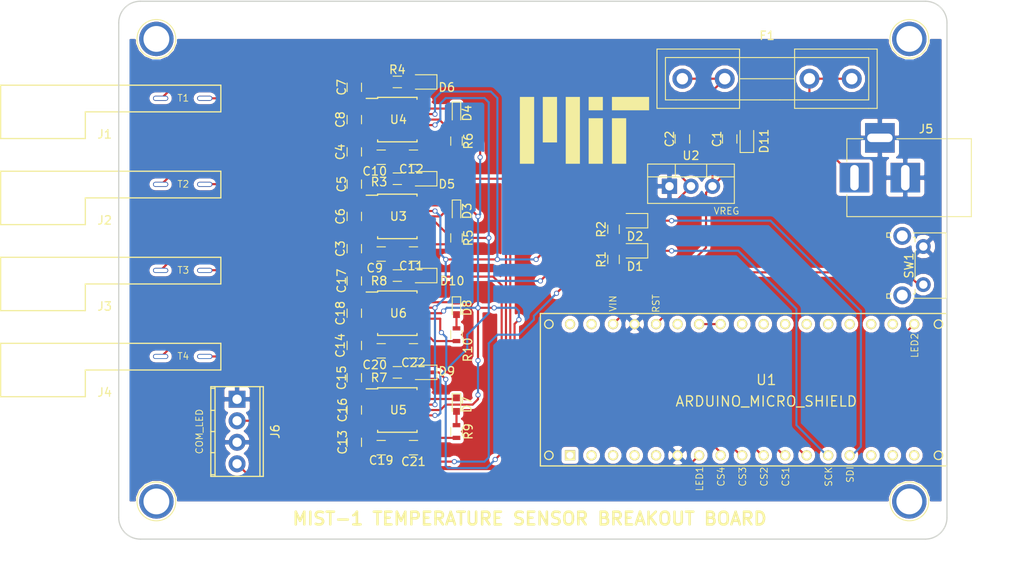
<source format=kicad_pcb>
(kicad_pcb (version 4) (host pcbnew 4.0.7)
  (layers (0 F.Cu signal) (31 B.Cu signal) (34 B.Paste user) (35 F.Paste user) (36 B.SilkS user) (37 F.SilkS user) (38 B.Mask user) (39 F.Mask user) (44 Edge.Cuts user))
  (net 0 "")
  (net 1 GND)
  (net 2 +3V3)
  (net 3 T2+)
  (net 4 T1+)
  (net 5 T2-)
  (net 6 T1-)
  (net 7 T4+)
  (net 8 T3+)
  (net 9 T4-)
  (net 10 T3-)
  (net 11 SCK)
  (net 12 SCK_3V3)
  (net 13 SDI)
  (net 14 SDI_3V3)
  (net 15 CS2)
  (net 16 "Net-(D5-Pad2)")
  (net 17 CS1)
  (net 18 "Net-(D6-Pad2)")
  (net 19 CS4)
  (net 20 "Net-(D9-Pad2)")
  (net 21 CS3)
  (net 22 "Net-(D10-Pad2)")
  (net 23 "Net-(D3-Pad2)")
  (net 24 "Net-(D4-Pad2)")
  (net 25 "Net-(D7-Pad2)")
  (net 26 "Net-(D8-Pad2)")
  (net 27 "Net-(U1-PadNC)")
  (net 28 SDO)
  (net 29 "Net-(D3-Pad1)")
  (net 30 "Net-(D4-Pad1)")
  (net 31 "Net-(D7-Pad1)")
  (net 32 "Net-(D8-Pad1)")
  (net 33 "Net-(F1-Pad2)")
  (net 34 VIN)
  (net 35 "Net-(SW1-Pad2)")
  (net 36 COM_LED2)
  (net 37 COM_LED1)
  (net 38 "Net-(U1-PadSCK)")
  (net 39 "Net-(U1-PadMI)")
  (net 40 "Net-(U1-Pad5V)")
  (net 41 "Net-(U1-PadA5)")
  (net 42 "Net-(U1-PadA4)")
  (net 43 "Net-(U1-PadA3)")
  (net 44 "Net-(U1-PadA2)")
  (net 45 "Net-(U1-PadA1)")
  (net 46 "Net-(U1-PadA0)")
  (net 47 "Net-(U1-PadAREF)")
  (net 48 "Net-(U1-Pad3.3V)")
  (net 49 "Net-(U1-PadMO)")
  (net 50 "Net-(U1-PadSS)")
  (net 51 "Net-(U1-PadTX)")
  (net 52 "Net-(U1-PadRX)")
  (net 53 "Net-(U1-Pad10)")
  (net 54 "Net-(U1-Pad11)")
  (net 55 "Net-(U1-Pad12)")
  (net 56 "Net-(U3-Pad6)")
  (net 57 "Net-(U3-Pad7)")
  (net 58 "Net-(U4-Pad6)")
  (net 59 "Net-(U4-Pad7)")
  (net 60 "Net-(U5-Pad6)")
  (net 61 "Net-(U5-Pad7)")
  (net 62 "Net-(U6-Pad6)")
  (net 63 "Net-(U6-Pad7)")
  (net 64 "Net-(U1-PadRST1)")
  (module Connectors:1pin (layer F.Cu) (at 207.645 142.875)
    (fp_text reference "" (at 0 -3.048) (layer F.SilkS))
    (fp_text value 1pin)
    (pad 1 thru_hole circle (at 0 0) (size 4.064 4.064) (drill 3.048) (layers *.Cu *.Mask))
  )
  (module Connectors:1pin (layer F.Cu) (at 118.745 142.875)
    (fp_text reference "" (at 0 -3.048) (layer F.SilkS))
    (fp_text value 1pin)
    (pad 1 thru_hole circle (at 0 0) (size 4.064 4.064) (drill 3.048) (layers *.Cu *.Mask))
  )
  (module Connectors:1pin (layer F.Cu) (at 118.745 88.265)
    (fp_text reference "" (at 0 -3.048) (layer F.SilkS))
    (fp_text value 1pin)
    (pad 1 thru_hole circle (at 0 0) (size 4.064 4.064) (drill 3.048) (layers *.Cu *.Mask))
  )
  (module Fuse_Holders_and_Fuses:Fuseholder5x20_horiz_open_inline_Type-I (layer F.Cu) (at 180.848 92.964)
    (fp_text reference F1 (at 10 -5.08) (layer F.SilkS))
    (fp_text value Fuse)
    (pad 2 thru_hole circle (at 15 0) (size 2.35 2.35) (drill 1.35) (layers *.Cu *.Mask) (net 33 "Net-(F1-Pad2)"))
    (pad 2 thru_hole circle (at 20 0) (size 2.35 2.35) (drill 1.35) (layers *.Cu *.Mask) (net 33 "Net-(F1-Pad2)"))
    (pad 1 thru_hole circle (at 5 0) (size 2.35 2.35) (drill 1.35) (layers *.Cu *.Mask) (net 34 VIN))
    (pad 1 thru_hole circle (at 0 0) (size 2.35 2.35) (drill 1.35) (layers *.Cu *.Mask) (net 34 VIN))
  )
  (module Housings_SSOP:TSSOP-14_4.4x5mm_Pitch0.65mm (layer F.Cu) (at 147.193 132.08)
    (fp_text reference U5 (at 0.127 0) (layer F.SilkS))
    (fp_text value MAX31856)
    (pad 1 smd rect (at -2.95 -1.95) (size 1.45 0.45) (layers F.Cu F.Paste F.Mask) (net 1 GND))
    (pad 2 smd rect (at -2.95 -1.3) (size 1.45 0.45) (layers F.Cu F.Paste F.Mask) (net 9 T4-))
    (pad 3 smd rect (at -2.95 -0.65) (size 1.45 0.45) (layers F.Cu F.Paste F.Mask) (net 9 T4-))
    (pad 4 smd rect (at -2.95 0) (size 1.45 0.45) (layers F.Cu F.Paste F.Mask) (net 7 T4+))
    (pad 5 smd rect (at -2.95 0.65) (size 1.45 0.45) (layers F.Cu F.Paste F.Mask) (net 2 +3V3))
    (pad 6 smd rect (at -2.95 1.3) (size 1.45 0.45) (layers F.Cu F.Paste F.Mask) (net 60 "Net-(U5-Pad6)"))
    (pad 7 smd rect (at -2.95 1.95) (size 1.45 0.45) (layers F.Cu F.Paste F.Mask) (net 61 "Net-(U5-Pad7)"))
    (pad 8 smd rect (at 2.95 1.95) (size 1.45 0.45) (layers F.Cu F.Paste F.Mask) (net 2 +3V3))
    (pad 9 smd rect (at 2.95 1.3) (size 1.45 0.45) (layers F.Cu F.Paste F.Mask) (net 20 "Net-(D9-Pad2)"))
    (pad 10 smd rect (at 2.95 0.65) (size 1.45 0.45) (layers F.Cu F.Paste F.Mask) (net 12 SCK_3V3))
    (pad 11 smd rect (at 2.95 0) (size 1.45 0.45) (layers F.Cu F.Paste F.Mask) (net 28 SDO))
    (pad 12 smd rect (at 2.95 -0.65) (size 1.45 0.45) (layers F.Cu F.Paste F.Mask) (net 14 SDI_3V3))
    (pad 13 smd rect (at 2.95 -1.3) (size 1.45 0.45) (layers F.Cu F.Paste F.Mask) (net 31 "Net-(D7-Pad1)"))
    (pad 14 smd rect (at 2.95 -1.95) (size 1.45 0.45) (layers F.Cu F.Paste F.Mask) (net 1 GND))
  )
  (module Capacitors_SMD:C_0805 (layer F.Cu) (at 186.436 100.076 90)
    (fp_text reference C1 (at 0 -1.5 90) (layer F.SilkS))
    (fp_text value 100nF)
    (pad 1 smd rect (at -1 0 90) (size 1 1.25) (layers F.Cu F.Paste F.Mask) (net 34 VIN))
    (pad 2 smd rect (at 1 0 90) (size 1 1.25) (layers F.Cu F.Paste F.Mask) (net 1 GND))
  )
  (module Capacitors_SMD:C_0805 (layer F.Cu) (at 180.848 100.076 90)
    (fp_text reference C2 (at 0 -1.5 90) (layer F.SilkS))
    (fp_text value 10uF)
    (pad 1 smd rect (at -1 0 90) (size 1 1.25) (layers F.Cu F.Paste F.Mask) (net 2 +3V3))
    (pad 2 smd rect (at 1 0 90) (size 1 1.25) (layers F.Cu F.Paste F.Mask) (net 1 GND))
  )
  (module Capacitors_SMD:C_0805 (layer F.Cu) (at 142.113 113.03 270)
    (fp_text reference C3 (at 0 1.651 270) (layer F.SilkS))
    (fp_text value 0.1uF)
    (pad 1 smd rect (at -1 0 270) (size 1 1.25) (layers F.Cu F.Paste F.Mask) (net 3 T2+))
    (pad 2 smd rect (at 1 0 270) (size 1 1.25) (layers F.Cu F.Paste F.Mask) (net 1 GND))
  )
  (module Capacitors_SMD:C_0805 (layer F.Cu) (at 142.113 101.6 270)
    (fp_text reference C4 (at 0 1.651 270) (layer F.SilkS))
    (fp_text value 0.1uF)
    (pad 1 smd rect (at -1 0 270) (size 1 1.25) (layers F.Cu F.Paste F.Mask) (net 4 T1+))
    (pad 2 smd rect (at 1 0 270) (size 1 1.25) (layers F.Cu F.Paste F.Mask) (net 1 GND))
  )
  (module Capacitors_SMD:C_0805 (layer F.Cu) (at 142.113 105.41 90)
    (fp_text reference C5 (at 0 -1.5 90) (layer F.SilkS))
    (fp_text value 0.1uF)
    (pad 1 smd rect (at -1 0 90) (size 1 1.25) (layers F.Cu F.Paste F.Mask) (net 5 T2-))
    (pad 2 smd rect (at 1 0 90) (size 1 1.25) (layers F.Cu F.Paste F.Mask) (net 1 GND))
  )
  (module Capacitors_SMD:C_0805 (layer F.Cu) (at 142.113 109.22 270)
    (fp_text reference C6 (at 0 1.651 270) (layer F.SilkS))
    (fp_text value 0.1uF)
    (pad 1 smd rect (at -1 0 270) (size 1 1.25) (layers F.Cu F.Paste F.Mask) (net 5 T2-))
    (pad 2 smd rect (at 1 0 270) (size 1 1.25) (layers F.Cu F.Paste F.Mask) (net 3 T2+))
  )
  (module Capacitors_SMD:C_0805 (layer F.Cu) (at 142.113 93.98 90)
    (fp_text reference C7 (at 0 -1.5 90) (layer F.SilkS))
    (fp_text value 0.1uF)
    (pad 1 smd rect (at -1 0 90) (size 1 1.25) (layers F.Cu F.Paste F.Mask) (net 6 T1-))
    (pad 2 smd rect (at 1 0 90) (size 1 1.25) (layers F.Cu F.Paste F.Mask) (net 1 GND))
  )
  (module Capacitors_SMD:C_0805 (layer F.Cu) (at 142.113 97.79 270)
    (fp_text reference C8 (at 0 1.651 270) (layer F.SilkS))
    (fp_text value 0.1uF)
    (pad 1 smd rect (at -1 0 270) (size 1 1.25) (layers F.Cu F.Paste F.Mask) (net 6 T1-))
    (pad 2 smd rect (at 1 0 270) (size 1 1.25) (layers F.Cu F.Paste F.Mask) (net 4 T1+))
  )
  (module Capacitors_SMD:C_0805 (layer F.Cu) (at 145.288 113.665 180)
    (fp_text reference C9 (at 0.762 -1.651 180) (layer F.SilkS))
    (fp_text value 0.1uF)
    (pad 1 smd rect (at -1 0 180) (size 1 1.25) (layers F.Cu F.Paste F.Mask) (net 2 +3V3))
    (pad 2 smd rect (at 1 0 180) (size 1 1.25) (layers F.Cu F.Paste F.Mask) (net 1 GND))
  )
  (module Capacitors_SMD:C_0805 (layer F.Cu) (at 145.288 102.235 180)
    (fp_text reference C10 (at 0.762 -1.651 180) (layer F.SilkS))
    (fp_text value 0.1uF)
    (pad 1 smd rect (at -1 0 180) (size 1 1.25) (layers F.Cu F.Paste F.Mask) (net 2 +3V3))
    (pad 2 smd rect (at 1 0 180) (size 1 1.25) (layers F.Cu F.Paste F.Mask) (net 1 GND))
  )
  (module Capacitors_SMD:C_0805 (layer F.Cu) (at 149.098 113.665)
    (fp_text reference C11 (at -0.254 1.397) (layer F.SilkS))
    (fp_text value 0.1uF)
    (pad 1 smd rect (at -1 0) (size 1 1.25) (layers F.Cu F.Paste F.Mask) (net 2 +3V3))
    (pad 2 smd rect (at 1 0) (size 1 1.25) (layers F.Cu F.Paste F.Mask) (net 1 GND))
  )
  (module Capacitors_SMD:C_0805 (layer F.Cu) (at 149.098 102.235)
    (fp_text reference C12 (at -0.254 1.397) (layer F.SilkS))
    (fp_text value 0.1uF)
    (pad 1 smd rect (at -1 0) (size 1 1.25) (layers F.Cu F.Paste F.Mask) (net 2 +3V3))
    (pad 2 smd rect (at 1 0) (size 1 1.25) (layers F.Cu F.Paste F.Mask) (net 1 GND))
  )
  (module Capacitors_SMD:C_0805 (layer F.Cu) (at 142.113 135.89 270)
    (fp_text reference C13 (at 0 1.397 270) (layer F.SilkS))
    (fp_text value 0.1uF)
    (pad 1 smd rect (at -1 0 270) (size 1 1.25) (layers F.Cu F.Paste F.Mask) (net 7 T4+))
    (pad 2 smd rect (at 1 0 270) (size 1 1.25) (layers F.Cu F.Paste F.Mask) (net 1 GND))
  )
  (module Capacitors_SMD:C_0805 (layer F.Cu) (at 142.113 124.46 270)
    (fp_text reference C14 (at 0 1.651 270) (layer F.SilkS))
    (fp_text value 0.1uF)
    (pad 1 smd rect (at -1 0 270) (size 1 1.25) (layers F.Cu F.Paste F.Mask) (net 8 T3+))
    (pad 2 smd rect (at 1 0 270) (size 1 1.25) (layers F.Cu F.Paste F.Mask) (net 1 GND))
  )
  (module Capacitors_SMD:C_0805 (layer F.Cu) (at 142.113 128.27 90)
    (fp_text reference C15 (at 0 -1.5 90) (layer F.SilkS))
    (fp_text value 0.1uF)
    (pad 1 smd rect (at -1 0 90) (size 1 1.25) (layers F.Cu F.Paste F.Mask) (net 9 T4-))
    (pad 2 smd rect (at 1 0 90) (size 1 1.25) (layers F.Cu F.Paste F.Mask) (net 1 GND))
  )
  (module Capacitors_SMD:C_0805 (layer F.Cu) (at 142.113 132.08 270)
    (fp_text reference C16 (at 0 1.397 270) (layer F.SilkS))
    (fp_text value 0.1uF)
    (pad 1 smd rect (at -1 0 270) (size 1 1.25) (layers F.Cu F.Paste F.Mask) (net 9 T4-))
    (pad 2 smd rect (at 1 0 270) (size 1 1.25) (layers F.Cu F.Paste F.Mask) (net 7 T4+))
  )
  (module Capacitors_SMD:C_0805 (layer F.Cu) (at 142.113 116.84 90)
    (fp_text reference C17 (at 0 -1.5 90) (layer F.SilkS))
    (fp_text value 0.1uF)
    (pad 1 smd rect (at -1 0 90) (size 1 1.25) (layers F.Cu F.Paste F.Mask) (net 10 T3-))
    (pad 2 smd rect (at 1 0 90) (size 1 1.25) (layers F.Cu F.Paste F.Mask) (net 1 GND))
  )
  (module Capacitors_SMD:C_0805 (layer F.Cu) (at 142.113 120.65 270)
    (fp_text reference C18 (at 0 1.651 270) (layer F.SilkS))
    (fp_text value 0.1uF)
    (pad 1 smd rect (at -1 0 270) (size 1 1.25) (layers F.Cu F.Paste F.Mask) (net 10 T3-))
    (pad 2 smd rect (at 1 0 270) (size 1 1.25) (layers F.Cu F.Paste F.Mask) (net 8 T3+))
  )
  (module Capacitors_SMD:C_0805 (layer F.Cu) (at 145.288 136.525 180)
    (fp_text reference C19 (at 0 -1.5 180) (layer F.SilkS))
    (fp_text value 0.1uF)
    (pad 1 smd rect (at -1 0 180) (size 1 1.25) (layers F.Cu F.Paste F.Mask) (net 2 +3V3))
    (pad 2 smd rect (at 1 0 180) (size 1 1.25) (layers F.Cu F.Paste F.Mask) (net 1 GND))
  )
  (module Capacitors_SMD:C_0805 (layer F.Cu) (at 145.288 125.095 180)
    (fp_text reference C20 (at 0.762 -1.651 180) (layer F.SilkS))
    (fp_text value 0.1uF)
    (pad 1 smd rect (at -1 0 180) (size 1 1.25) (layers F.Cu F.Paste F.Mask) (net 2 +3V3))
    (pad 2 smd rect (at 1 0 180) (size 1 1.25) (layers F.Cu F.Paste F.Mask) (net 1 GND))
  )
  (module Capacitors_SMD:C_0805 (layer F.Cu) (at 149.098 136.525)
    (fp_text reference C21 (at 0 1.651) (layer F.SilkS))
    (fp_text value 0.1uF)
    (pad 1 smd rect (at -1 0) (size 1 1.25) (layers F.Cu F.Paste F.Mask) (net 2 +3V3))
    (pad 2 smd rect (at 1 0) (size 1 1.25) (layers F.Cu F.Paste F.Mask) (net 1 GND))
  )
  (module Capacitors_SMD:C_0805 (layer F.Cu) (at 149.098 125.095)
    (fp_text reference C22 (at 0 1.397) (layer F.SilkS))
    (fp_text value 0.1uF)
    (pad 1 smd rect (at -1 0) (size 1 1.25) (layers F.Cu F.Paste F.Mask) (net 2 +3V3))
    (pad 2 smd rect (at 1 0) (size 1 1.25) (layers F.Cu F.Paste F.Mask) (net 1 GND))
  )
  (module Diodes_SMD:D_SOD-323 (layer F.Cu) (at 175.26 113.284 180)
    (fp_text reference D1 (at 0 -1.85 180) (layer F.SilkS))
    (fp_text value D)
    (pad 1 smd rect (at -1.05 0 180) (size 0.6 0.45) (layers F.Cu F.Paste F.Mask) (net 11 SCK))
    (pad 2 smd rect (at 1.05 0 180) (size 0.6 0.45) (layers F.Cu F.Paste F.Mask) (net 12 SCK_3V3))
  )
  (module Diodes_SMD:D_SOD-323 (layer F.Cu) (at 175.26 109.728 180)
    (fp_text reference D2 (at 0 -1.85 180) (layer F.SilkS))
    (fp_text value D)
    (pad 1 smd rect (at -1.05 0 180) (size 0.6 0.45) (layers F.Cu F.Paste F.Mask) (net 13 SDI))
    (pad 2 smd rect (at 1.05 0 180) (size 0.6 0.45) (layers F.Cu F.Paste F.Mask) (net 14 SDI_3V3))
  )
  (module Diodes_SMD:D_SOD-323 (layer F.Cu) (at 150.368 104.775 180)
    (fp_text reference D5 (at -2.667 -0.635 180) (layer F.SilkS))
    (fp_text value D)
    (pad 1 smd rect (at -1.05 0 180) (size 0.6 0.45) (layers F.Cu F.Paste F.Mask) (net 15 CS2))
    (pad 2 smd rect (at 1.05 0 180) (size 0.6 0.45) (layers F.Cu F.Paste F.Mask) (net 16 "Net-(D5-Pad2)"))
  )
  (module Diodes_SMD:D_SOD-323 (layer F.Cu) (at 150.368 93.345 180)
    (fp_text reference D6 (at -2.667 -0.635 180) (layer F.SilkS))
    (fp_text value D)
    (pad 1 smd rect (at -1.05 0 180) (size 0.6 0.45) (layers F.Cu F.Paste F.Mask) (net 17 CS1))
    (pad 2 smd rect (at 1.05 0 180) (size 0.6 0.45) (layers F.Cu F.Paste F.Mask) (net 18 "Net-(D6-Pad2)"))
  )
  (module Diodes_SMD:D_SOD-323 (layer F.Cu) (at 150.368 127.635 180)
    (fp_text reference D9 (at -2.667 0.127 180) (layer F.SilkS))
    (fp_text value D)
    (pad 1 smd rect (at -1.05 0 180) (size 0.6 0.45) (layers F.Cu F.Paste F.Mask) (net 19 CS4))
    (pad 2 smd rect (at 1.05 0 180) (size 0.6 0.45) (layers F.Cu F.Paste F.Mask) (net 20 "Net-(D9-Pad2)"))
  )
  (module Diodes_SMD:D_SOD-323 (layer F.Cu) (at 150.368 116.205 180)
    (fp_text reference D10 (at -3.302 -0.635 180) (layer F.SilkS))
    (fp_text value D)
    (pad 1 smd rect (at -1.05 0 180) (size 0.6 0.45) (layers F.Cu F.Paste F.Mask) (net 21 CS3))
    (pad 2 smd rect (at 1.05 0 180) (size 0.6 0.45) (layers F.Cu F.Paste F.Mask) (net 22 "Net-(D10-Pad2)"))
  )
  (module Diodes_SMD:D_0805 (layer F.Cu) (at 188.468 100.076 90)
    (fp_text reference D11 (at -0.254 2.032 90) (layer F.SilkS))
    (fp_text value D_Zener)
    (pad 1 smd rect (at -1.05 0 90) (size 0.8 0.9) (layers F.Cu F.Paste F.Mask) (net 34 VIN))
    (pad 2 smd rect (at 1.05 0 90) (size 0.8 0.9) (layers F.Cu F.Paste F.Mask) (net 1 GND))
  )
  (module Resistors_SMD:R_0603 (layer F.Cu) (at 172.72 114.3 90)
    (fp_text reference R1 (at 0 -1.45 90) (layer F.SilkS))
    (fp_text value 3.3k)
    (pad 1 smd rect (at -0.75 0 90) (size 0.5 0.9) (layers F.Cu F.Paste F.Mask) (net 2 +3V3))
    (pad 2 smd rect (at 0.75 0 90) (size 0.5 0.9) (layers F.Cu F.Paste F.Mask) (net 12 SCK_3V3))
  )
  (module Resistors_SMD:R_0603 (layer F.Cu) (at 172.72 110.744 90)
    (fp_text reference R2 (at 0 -1.45 90) (layer F.SilkS))
    (fp_text value 3.3k)
    (pad 1 smd rect (at -0.75 0 90) (size 0.5 0.9) (layers F.Cu F.Paste F.Mask) (net 2 +3V3))
    (pad 2 smd rect (at 0.75 0 90) (size 0.5 0.9) (layers F.Cu F.Paste F.Mask) (net 14 SDI_3V3))
  )
  (module Resistors_SMD:R_0603 (layer F.Cu) (at 147.193 104.775)
    (fp_text reference R3 (at -2.159 0.381) (layer F.SilkS))
    (fp_text value 3.3k)
    (pad 1 smd rect (at -0.75 0) (size 0.5 0.9) (layers F.Cu F.Paste F.Mask) (net 2 +3V3))
    (pad 2 smd rect (at 0.75 0) (size 0.5 0.9) (layers F.Cu F.Paste F.Mask) (net 16 "Net-(D5-Pad2)"))
  )
  (module Resistors_SMD:R_0603 (layer F.Cu) (at 147.193 93.345)
    (fp_text reference R4 (at 0 -1.45) (layer F.SilkS))
    (fp_text value 3.3k)
    (pad 1 smd rect (at -0.75 0) (size 0.5 0.9) (layers F.Cu F.Paste F.Mask) (net 2 +3V3))
    (pad 2 smd rect (at 0.75 0) (size 0.5 0.9) (layers F.Cu F.Paste F.Mask) (net 18 "Net-(D6-Pad2)"))
  )
  (module Resistors_SMD:R_0603 (layer F.Cu) (at 154.178 111.76 90)
    (fp_text reference R5 (at 0 1.397 90) (layer F.SilkS))
    (fp_text value 1k)
    (pad 1 smd rect (at -0.75 0 90) (size 0.5 0.9) (layers F.Cu F.Paste F.Mask) (net 2 +3V3))
    (pad 2 smd rect (at 0.75 0 90) (size 0.5 0.9) (layers F.Cu F.Paste F.Mask) (net 23 "Net-(D3-Pad2)"))
  )
  (module Resistors_SMD:R_0603 (layer F.Cu) (at 154.178 100.33 90)
    (fp_text reference R6 (at 0 1.397 90) (layer F.SilkS))
    (fp_text value 1k)
    (pad 1 smd rect (at -0.75 0 90) (size 0.5 0.9) (layers F.Cu F.Paste F.Mask) (net 2 +3V3))
    (pad 2 smd rect (at 0.75 0 90) (size 0.5 0.9) (layers F.Cu F.Paste F.Mask) (net 24 "Net-(D4-Pad2)"))
  )
  (module Resistors_SMD:R_0603 (layer F.Cu) (at 147.193 127.635)
    (fp_text reference R7 (at -2.159 0.635) (layer F.SilkS))
    (fp_text value 3.3k)
    (pad 1 smd rect (at -0.75 0) (size 0.5 0.9) (layers F.Cu F.Paste F.Mask) (net 2 +3V3))
    (pad 2 smd rect (at 0.75 0) (size 0.5 0.9) (layers F.Cu F.Paste F.Mask) (net 20 "Net-(D9-Pad2)"))
  )
  (module Resistors_SMD:R_0603 (layer F.Cu) (at 147.193 116.205)
    (fp_text reference R8 (at -2.159 0.635) (layer F.SilkS))
    (fp_text value 3.3k)
    (pad 1 smd rect (at -0.75 0) (size 0.5 0.9) (layers F.Cu F.Paste F.Mask) (net 2 +3V3))
    (pad 2 smd rect (at 0.75 0) (size 0.5 0.9) (layers F.Cu F.Paste F.Mask) (net 22 "Net-(D10-Pad2)"))
  )
  (module Resistors_SMD:R_0603 (layer F.Cu) (at 154.178 134.62 90)
    (fp_text reference R9 (at 0 1.397 90) (layer F.SilkS))
    (fp_text value 1k)
    (pad 1 smd rect (at -0.75 0 90) (size 0.5 0.9) (layers F.Cu F.Paste F.Mask) (net 2 +3V3))
    (pad 2 smd rect (at 0.75 0 90) (size 0.5 0.9) (layers F.Cu F.Paste F.Mask) (net 25 "Net-(D7-Pad2)"))
  )
  (module Resistors_SMD:R_0603 (layer F.Cu) (at 154.178 123.19 90)
    (fp_text reference R10 (at -1.778 1.3335 90) (layer F.SilkS))
    (fp_text value 1k)
    (pad 1 smd rect (at -0.75 0 90) (size 0.5 0.9) (layers F.Cu F.Paste F.Mask) (net 2 +3V3))
    (pad 2 smd rect (at 0.75 0 90) (size 0.5 0.9) (layers F.Cu F.Paste F.Mask) (net 26 "Net-(D8-Pad2)"))
  )
  (module Housings_SSOP:TSSOP-14_4.4x5mm_Pitch0.65mm (layer F.Cu) (at 147.193 109.22)
    (fp_text reference U3 (at 0.127 0) (layer F.SilkS))
    (fp_text value MAX31856)
    (pad 1 smd rect (at -2.95 -1.95) (size 1.45 0.45) (layers F.Cu F.Paste F.Mask) (net 1 GND))
    (pad 2 smd rect (at -2.95 -1.3) (size 1.45 0.45) (layers F.Cu F.Paste F.Mask) (net 5 T2-))
    (pad 3 smd rect (at -2.95 -0.65) (size 1.45 0.45) (layers F.Cu F.Paste F.Mask) (net 5 T2-))
    (pad 4 smd rect (at -2.95 0) (size 1.45 0.45) (layers F.Cu F.Paste F.Mask) (net 3 T2+))
    (pad 5 smd rect (at -2.95 0.65) (size 1.45 0.45) (layers F.Cu F.Paste F.Mask) (net 2 +3V3))
    (pad 6 smd rect (at -2.95 1.3) (size 1.45 0.45) (layers F.Cu F.Paste F.Mask) (net 56 "Net-(U3-Pad6)"))
    (pad 7 smd rect (at -2.95 1.95) (size 1.45 0.45) (layers F.Cu F.Paste F.Mask) (net 57 "Net-(U3-Pad7)"))
    (pad 8 smd rect (at 2.95 1.95) (size 1.45 0.45) (layers F.Cu F.Paste F.Mask) (net 2 +3V3))
    (pad 9 smd rect (at 2.95 1.3) (size 1.45 0.45) (layers F.Cu F.Paste F.Mask) (net 16 "Net-(D5-Pad2)"))
    (pad 10 smd rect (at 2.95 0.65) (size 1.45 0.45) (layers F.Cu F.Paste F.Mask) (net 12 SCK_3V3))
    (pad 11 smd rect (at 2.95 0) (size 1.45 0.45) (layers F.Cu F.Paste F.Mask) (net 28 SDO))
    (pad 12 smd rect (at 2.95 -0.65) (size 1.45 0.45) (layers F.Cu F.Paste F.Mask) (net 14 SDI_3V3))
    (pad 13 smd rect (at 2.95 -1.3) (size 1.45 0.45) (layers F.Cu F.Paste F.Mask) (net 29 "Net-(D3-Pad1)"))
    (pad 14 smd rect (at 2.95 -1.95) (size 1.45 0.45) (layers F.Cu F.Paste F.Mask) (net 1 GND))
  )
  (module Housings_SSOP:TSSOP-14_4.4x5mm_Pitch0.65mm (layer F.Cu) (at 147.193 97.79)
    (fp_text reference U4 (at 0.127 0) (layer F.SilkS))
    (fp_text value MAX31856)
    (pad 1 smd rect (at -2.95 -1.95) (size 1.45 0.45) (layers F.Cu F.Paste F.Mask) (net 1 GND))
    (pad 2 smd rect (at -2.95 -1.3) (size 1.45 0.45) (layers F.Cu F.Paste F.Mask) (net 6 T1-))
    (pad 3 smd rect (at -2.95 -0.65) (size 1.45 0.45) (layers F.Cu F.Paste F.Mask) (net 6 T1-))
    (pad 4 smd rect (at -2.95 0) (size 1.45 0.45) (layers F.Cu F.Paste F.Mask) (net 4 T1+))
    (pad 5 smd rect (at -2.95 0.65) (size 1.45 0.45) (layers F.Cu F.Paste F.Mask) (net 2 +3V3))
    (pad 6 smd rect (at -2.95 1.3) (size 1.45 0.45) (layers F.Cu F.Paste F.Mask) (net 58 "Net-(U4-Pad6)"))
    (pad 7 smd rect (at -2.95 1.95) (size 1.45 0.45) (layers F.Cu F.Paste F.Mask) (net 59 "Net-(U4-Pad7)"))
    (pad 8 smd rect (at 2.95 1.95) (size 1.45 0.45) (layers F.Cu F.Paste F.Mask) (net 2 +3V3))
    (pad 9 smd rect (at 2.95 1.3) (size 1.45 0.45) (layers F.Cu F.Paste F.Mask) (net 18 "Net-(D6-Pad2)"))
    (pad 10 smd rect (at 2.95 0.65) (size 1.45 0.45) (layers F.Cu F.Paste F.Mask) (net 12 SCK_3V3))
    (pad 11 smd rect (at 2.95 0) (size 1.45 0.45) (layers F.Cu F.Paste F.Mask) (net 28 SDO))
    (pad 12 smd rect (at 2.95 -0.65) (size 1.45 0.45) (layers F.Cu F.Paste F.Mask) (net 14 SDI_3V3))
    (pad 13 smd rect (at 2.95 -1.3) (size 1.45 0.45) (layers F.Cu F.Paste F.Mask) (net 30 "Net-(D4-Pad1)"))
    (pad 14 smd rect (at 2.95 -1.95) (size 1.45 0.45) (layers F.Cu F.Paste F.Mask) (net 1 GND))
  )
  (module Housings_SSOP:TSSOP-14_4.4x5mm_Pitch0.65mm (layer F.Cu) (at 147.193 120.65)
    (fp_text reference U6 (at 0.127 0) (layer F.SilkS))
    (fp_text value MAX31856)
    (pad 1 smd rect (at -2.95 -1.95) (size 1.45 0.45) (layers F.Cu F.Paste F.Mask) (net 1 GND))
    (pad 2 smd rect (at -2.95 -1.3) (size 1.45 0.45) (layers F.Cu F.Paste F.Mask) (net 10 T3-))
    (pad 3 smd rect (at -2.95 -0.65) (size 1.45 0.45) (layers F.Cu F.Paste F.Mask) (net 10 T3-))
    (pad 4 smd rect (at -2.95 0) (size 1.45 0.45) (layers F.Cu F.Paste F.Mask) (net 8 T3+))
    (pad 5 smd rect (at -2.95 0.65) (size 1.45 0.45) (layers F.Cu F.Paste F.Mask) (net 2 +3V3))
    (pad 6 smd rect (at -2.95 1.3) (size 1.45 0.45) (layers F.Cu F.Paste F.Mask) (net 62 "Net-(U6-Pad6)"))
    (pad 7 smd rect (at -2.95 1.95) (size 1.45 0.45) (layers F.Cu F.Paste F.Mask) (net 63 "Net-(U6-Pad7)"))
    (pad 8 smd rect (at 2.95 1.95) (size 1.45 0.45) (layers F.Cu F.Paste F.Mask) (net 2 +3V3))
    (pad 9 smd rect (at 2.95 1.3) (size 1.45 0.45) (layers F.Cu F.Paste F.Mask) (net 22 "Net-(D10-Pad2)"))
    (pad 10 smd rect (at 2.95 0.65) (size 1.45 0.45) (layers F.Cu F.Paste F.Mask) (net 12 SCK_3V3))
    (pad 11 smd rect (at 2.95 0) (size 1.45 0.45) (layers F.Cu F.Paste F.Mask) (net 28 SDO))
    (pad 12 smd rect (at 2.95 -0.65) (size 1.45 0.45) (layers F.Cu F.Paste F.Mask) (net 14 SDI_3V3))
    (pad 13 smd rect (at 2.95 -1.3) (size 1.45 0.45) (layers F.Cu F.Paste F.Mask) (net 32 "Net-(D8-Pad1)"))
    (pad 14 smd rect (at 2.95 -1.95) (size 1.45 0.45) (layers F.Cu F.Paste F.Mask) (net 1 GND))
  )
  (module TO_SOT_Packages_THT:TO-220-3_Vertical (layer F.Cu) (at 179.324 105.664)
    (fp_text reference U2 (at 2.54 -3.62) (layer F.SilkS))
    (fp_text value LD1117S33TR_SOT223)
    (pad 1 thru_hole rect (at 0 0) (size 1.8 1.8) (drill 1) (layers *.Cu *.Mask) (net 1 GND))
    (pad 2 thru_hole oval (at 2.54 0) (size 1.8 1.8) (drill 1) (layers *.Cu *.Mask) (net 2 +3V3))
    (pad 3 thru_hole oval (at 5.08 0) (size 1.8 1.8) (drill 1) (layers *.Cu *.Mask) (net 34 VIN))
  )
  (module Connectors:BARREL_JACK (layer F.Cu) (at 201.168 104.648 180)
    (fp_text reference J5 (at -8.45 5.75 360) (layer F.SilkS))
    (fp_text value Barrel_Jack)
    (pad 1 thru_hole rect (at 0 0 180) (size 3.5 3.5) (drill oval 1 3) (layers *.Cu *.Mask) (net 33 "Net-(F1-Pad2)"))
    (pad 2 thru_hole rect (at -6 0 180) (size 3.5 3.5) (drill oval 1 3) (layers *.Cu *.Mask) (net 1 GND))
    (pad 3 thru_hole rect (at -3 4.7 180) (size 3.5 3.5) (drill oval 3 1) (layers *.Cu *.Mask) (net 1 GND))
  )
  (module Buttons_Switches_THT:SW_Tactile_SPST_Angled_PTS645Vx39-2LFS (layer F.Cu) (at 209.296 112.776 270)
    (fp_text reference SW1 (at 2.25 1.68 270) (layer F.SilkS))
    (fp_text value SW_Push)
    (pad "" thru_hole circle (at 5.76 2.49 270) (size 2.1 2.1) (drill 1.3) (layers *.Cu *.Mask))
    (pad 2 thru_hole circle (at 4.5 0 270) (size 1.75 1.75) (drill 0.99) (layers *.Cu *.Mask) (net 35 "Net-(SW1-Pad2)"))
    (pad 1 thru_hole circle (at 0 0 270) (size 1.75 1.75) (drill 0.99) (layers *.Cu *.Mask) (net 1 GND))
    (pad "" thru_hole circle (at -1.25 2.49 270) (size 2.1 2.1) (drill 1.3) (layers *.Cu *.Mask))
  )
  (module Connectors:1pin (layer F.Cu) (at 207.645 88.265)
    (fp_text reference "" (at 0 -3.048) (layer F.SilkS))
    (fp_text value 1pin)
    (pad 1 thru_hole circle (at 0 0) (size 4.064 4.064) (drill 3.048) (layers *.Cu *.Mask))
  )
  (module TemperatureSensor:Thermocouple_Pins (layer F.Cu) (at 124.46 105.41)
    (fp_text reference J2 (at -11.82116 4.26974) (layer F.SilkS))
    (fp_text value Conn_01x02)
    (pad 2 thru_hole oval (at -0.00516 0.02774) (size 1.8 0.6) (drill oval 1.6 0.4) (layers *.Cu *.Mask) (net 3 T2+))
    (pad 1 thru_hole oval (at -5.21716 0.02774) (size 1.8 0.6) (drill oval 1.6 0.4) (layers *.Cu *.Mask) (net 5 T2-))
  )
  (module TemperatureSensor:Thermocouple_Pins (layer F.Cu) (at 124.46 115.57)
    (fp_text reference J3 (at -11.82116 4.26974) (layer F.SilkS))
    (fp_text value Conn_01x02)
    (pad 2 thru_hole oval (at -0.00516 0.02774) (size 1.8 0.6) (drill oval 1.6 0.4) (layers *.Cu *.Mask) (net 8 T3+))
    (pad 1 thru_hole oval (at -5.21716 0.02774) (size 1.8 0.6) (drill oval 1.6 0.4) (layers *.Cu *.Mask) (net 10 T3-))
  )
  (module TemperatureSensor:Thermocouple_Pins (layer F.Cu) (at 124.46 125.73)
    (fp_text reference J4 (at -11.82116 4.26974) (layer F.SilkS))
    (fp_text value Conn_01x02)
    (pad 2 thru_hole oval (at -0.00516 0.02774) (size 1.8 0.6) (drill oval 1.6 0.4) (layers *.Cu *.Mask) (net 7 T4+))
    (pad 1 thru_hole oval (at -5.21716 0.02774) (size 1.8 0.6) (drill oval 1.6 0.4) (layers *.Cu *.Mask) (net 9 T4-))
  )
  (module TemperatureSensor:Thermocouple_Pins (layer F.Cu) (at 124.46 95.25)
    (fp_text reference J1 (at -11.82116 4.26974) (layer F.SilkS))
    (fp_text value Conn_01x02)
    (pad 2 thru_hole oval (at -0.00516 0.02774) (size 1.8 0.6) (drill oval 1.6 0.4) (layers *.Cu *.Mask) (net 4 T1+))
    (pad 1 thru_hole oval (at -5.21716 0.02774) (size 1.8 0.6) (drill oval 1.6 0.4) (layers *.Cu *.Mask) (net 6 T1-))
  )
  (module LEDs:LED_0603 (layer F.Cu) (at 154.178 108.585 270)
    (fp_text reference D3 (at 0 -1.25 270) (layer F.SilkS))
    (fp_text value LED)
    (pad 2 smd rect (at 0.8 0 90) (size 0.8 0.8) (layers F.Cu F.Paste F.Mask) (net 23 "Net-(D3-Pad2)"))
    (pad 1 smd rect (at -0.8 0 90) (size 0.8 0.8) (layers F.Cu F.Paste F.Mask) (net 29 "Net-(D3-Pad1)"))
  )
  (module LEDs:LED_0603 (layer F.Cu) (at 154.178 97.028 270)
    (fp_text reference D4 (at 0 -1.25 270) (layer F.SilkS))
    (fp_text value LED)
    (pad 2 smd rect (at 0.8 0 90) (size 0.8 0.8) (layers F.Cu F.Paste F.Mask) (net 24 "Net-(D4-Pad2)"))
    (pad 1 smd rect (at -0.8 0 90) (size 0.8 0.8) (layers F.Cu F.Paste F.Mask) (net 30 "Net-(D4-Pad1)"))
  )
  (module LEDs:LED_0603 (layer F.Cu) (at 154.178 131.445 270)
    (fp_text reference D7 (at 0 -1.25 270) (layer F.SilkS))
    (fp_text value LED)
    (pad 2 smd rect (at 0.8 0 90) (size 0.8 0.8) (layers F.Cu F.Paste F.Mask) (net 25 "Net-(D7-Pad2)"))
    (pad 1 smd rect (at -0.8 0 90) (size 0.8 0.8) (layers F.Cu F.Paste F.Mask) (net 31 "Net-(D7-Pad1)"))
  )
  (module LEDs:LED_0603 (layer F.Cu) (at 154.178 120.015 270)
    (fp_text reference D8 (at 0 -1.25 270) (layer F.SilkS))
    (fp_text value LED)
    (pad 2 smd rect (at 0.8 0 90) (size 0.8 0.8) (layers F.Cu F.Paste F.Mask) (net 26 "Net-(D8-Pad2)"))
    (pad 1 smd rect (at -0.8 0 90) (size 0.8 0.8) (layers F.Cu F.Paste F.Mask) (net 32 "Net-(D8-Pad1)"))
  )
  (module TerminalBlocks_Phoenix:TerminalBlock_Phoenix_MPT-2.54mm_4pol (layer F.Cu) (at 128.27 130.81 270)
    (fp_text reference J6 (at 3.81 -4.50088 270) (layer F.SilkS))
    (fp_text value Conn_01x04)
    (pad 4 thru_hole oval (at 7.62 0 90) (size 1.99898 1.99898) (drill 1.09728) (layers *.Cu *.Mask) (net 36 COM_LED2))
    (pad 1 thru_hole rect (at 0 0 90) (size 1.99898 1.99898) (drill 1.09728) (layers *.Cu *.Mask) (net 1 GND))
    (pad 2 thru_hole oval (at 2.54 0 90) (size 1.99898 1.99898) (drill 1.09728) (layers *.Cu *.Mask) (net 37 COM_LED1))
    (pad 3 thru_hole oval (at 5.08 0 90) (size 1.99898 1.99898) (drill 1.09728) (layers *.Cu *.Mask) (net 1 GND))
  )
  (module TemperatureSensor:mit-logo (layer F.Cu) (at 169.291 99.06)
    (fp_text reference G*** hide)
    (fp_text value LOGO hide)
  )
  (module TemperatureSensor:ARDUINO_MICRO_SHIELD1 (layer F.Cu) (at 164.084 138.684)
    (fp_text reference U1 (at 26.67 -10.16) (layer F.SilkS) (effects (font (size 1.2 1.2))))
    (fp_text value ARDUINO_MICRO_SHIELD (at 26.67 -7.62) (layer F.SilkS) (effects (font (size 1.2 1.2))))
    (pad SCK thru_hole circle (at 3.5 -16.746) (size 1.2 1.2) (drill 0.8) (layers *.Cu *.Mask F.SilkS) (net 38 "Net-(U1-PadSCK)"))
    (pad MI thru_hole circle (at 6.04 -16.746) (size 1.2 1.2) (drill 0.8) (layers *.Cu *.Mask F.SilkS) (net 39 "Net-(U1-PadMI)"))
    (pad VI thru_hole circle (at 8.58 -16.746) (size 1.2 1.2) (drill 0.8) (layers *.Cu *.Mask F.SilkS) (net 34 VIN))
    (pad GND thru_hole circle (at 11.12 -16.746) (size 1.2 1.2) (drill 0.8) (layers *.Cu *.Mask F.SilkS) (net 1 GND))
    (pad RST thru_hole circle (at 13.66 -16.746) (size 1.2 1.2) (drill 0.8) (layers *.Cu *.Mask F.SilkS) (net 35 "Net-(SW1-Pad2)"))
    (pad 5V thru_hole circle (at 16.2 -16.746) (size 1.2 1.2) (drill 0.8) (layers *.Cu *.Mask F.SilkS) (net 40 "Net-(U1-Pad5V)"))
    (pad NC thru_hole circle (at 18.74 -16.746) (size 1.2 1.2) (drill 0.8) (layers *.Cu *.Mask F.SilkS) (net 27 "Net-(U1-PadNC)"))
    (pad NC thru_hole circle (at 21.28 -16.746) (size 1.2 1.2) (drill 0.8) (layers *.Cu *.Mask F.SilkS) (net 27 "Net-(U1-PadNC)"))
    (pad A5 thru_hole circle (at 23.82 -16.746) (size 1.2 1.2) (drill 0.8) (layers *.Cu *.Mask F.SilkS) (net 41 "Net-(U1-PadA5)"))
    (pad A4 thru_hole circle (at 26.36 -16.746) (size 1.2 1.2) (drill 0.8) (layers *.Cu *.Mask F.SilkS) (net 42 "Net-(U1-PadA4)"))
    (pad A3 thru_hole circle (at 28.9 -16.746) (size 1.2 1.2) (drill 0.8) (layers *.Cu *.Mask F.SilkS) (net 43 "Net-(U1-PadA3)"))
    (pad A2 thru_hole circle (at 31.44 -16.746) (size 1.2 1.2) (drill 0.8) (layers *.Cu *.Mask F.SilkS) (net 44 "Net-(U1-PadA2)"))
    (pad A1 thru_hole circle (at 33.98 -16.746) (size 1.2 1.2) (drill 0.8) (layers *.Cu *.Mask F.SilkS) (net 45 "Net-(U1-PadA1)"))
    (pad A0 thru_hole circle (at 36.52 -16.746) (size 1.2 1.2) (drill 0.8) (layers *.Cu *.Mask F.SilkS) (net 46 "Net-(U1-PadA0)"))
    (pad AREF thru_hole circle (at 39.06 -16.746) (size 1.2 1.2) (drill 0.8) (layers *.Cu *.Mask F.SilkS) (net 47 "Net-(U1-PadAREF)"))
    (pad 3.3V thru_hole circle (at 41.6 -16.746) (size 1.2 1.2) (drill 0.8) (layers *.Cu *.Mask F.SilkS) (net 48 "Net-(U1-Pad3.3V)"))
    (pad 13 thru_hole circle (at 44.14 -16.746) (size 1.2 1.2) (drill 0.8) (layers *.Cu *.Mask F.SilkS) (net 36 COM_LED2))
    (pad MO thru_hole rect (at 3.5 -1.254) (size 1.2 1.2) (drill 0.8) (layers *.Cu *.Mask F.SilkS) (net 49 "Net-(U1-PadMO)"))
    (pad SS thru_hole circle (at 6.04 -1.254) (size 1.2 1.2) (drill 0.8) (layers *.Cu *.Mask F.SilkS) (net 50 "Net-(U1-PadSS)"))
    (pad TX thru_hole circle (at 8.58 -1.254) (size 1.2 1.2) (drill 0.8) (layers *.Cu *.Mask F.SilkS) (net 51 "Net-(U1-PadTX)"))
    (pad RX thru_hole circle (at 11.12 -1.254) (size 1.2 1.2) (drill 0.8) (layers *.Cu *.Mask F.SilkS) (net 52 "Net-(U1-PadRX)"))
    (pad RST1 thru_hole circle (at 13.66 -1.254) (size 1.2 1.2) (drill 0.8) (layers *.Cu *.Mask F.SilkS) (net 64 "Net-(U1-PadRST1)"))
    (pad GND thru_hole circle (at 16.2 -1.254) (size 1.2 1.2) (drill 0.8) (layers *.Cu *.Mask F.SilkS) (net 1 GND))
    (pad 2 thru_hole circle (at 18.74 -1.254) (size 1.2 1.2) (drill 0.8) (layers *.Cu *.Mask F.SilkS) (net 37 COM_LED1))
    (pad 3 thru_hole circle (at 21.28 -1.254) (size 1.2 1.2) (drill 0.8) (layers *.Cu *.Mask F.SilkS) (net 19 CS4))
    (pad 4 thru_hole circle (at 23.82 -1.254) (size 1.2 1.2) (drill 0.8) (layers *.Cu *.Mask F.SilkS) (net 21 CS3))
    (pad 5 thru_hole circle (at 26.36 -1.254) (size 1.2 1.2) (drill 0.8) (layers *.Cu *.Mask F.SilkS) (net 15 CS2))
    (pad 6 thru_hole circle (at 28.9 -1.254) (size 1.2 1.2) (drill 0.8) (layers *.Cu *.Mask F.SilkS) (net 17 CS1))
    (pad 7 thru_hole circle (at 31.44 -1.254) (size 1.2 1.2) (drill 0.8) (layers *.Cu *.Mask F.SilkS) (net 28 SDO))
    (pad 8 thru_hole circle (at 33.98 -1.254) (size 1.2 1.2) (drill 0.8) (layers *.Cu *.Mask F.SilkS) (net 11 SCK))
    (pad 9 thru_hole circle (at 36.52 -1.254) (size 1.2 1.2) (drill 0.8) (layers *.Cu *.Mask F.SilkS) (net 13 SDI))
    (pad 10 thru_hole circle (at 39.06 -1.254) (size 1.2 1.2) (drill 0.8) (layers *.Cu *.Mask F.SilkS) (net 53 "Net-(U1-Pad10)"))
    (pad 11 thru_hole circle (at 41.6 -1.254) (size 1.2 1.2) (drill 0.8) (layers *.Cu *.Mask F.SilkS) (net 54 "Net-(U1-Pad11)"))
    (pad 12 thru_hole circle (at 44.14 -1.254) (size 1.2 1.2) (drill 0.8) (layers *.Cu *.Mask F.SilkS) (net 55 "Net-(U1-Pad12)"))
  )
  (gr_line (start 114.3 86.36) (end 114.3 144.78) (angle 90) (layer Edge.Cuts) (width 0.15))
  (gr_line (start 209.55 83.82) (end 116.84 83.82) (angle 90) (layer Edge.Cuts) (width 0.15))
  (gr_line (start 212.09 144.78) (end 212.09 86.36) (angle 90) (layer Edge.Cuts) (width 0.15))
  (gr_line (start 116.84 147.32) (end 209.55 147.32) (angle 90) (layer Edge.Cuts) (width 0.15))
  (gr_arc (start 116.84 144.78) (end 116.84 147.32) (angle 90) (layer Edge.Cuts) (width 0.15))
  (gr_arc (start 209.55 144.78) (end 212.09 144.78) (angle 90) (layer Edge.Cuts) (width 0.15))
  (gr_arc (start 209.55 86.36) (end 209.55 83.82) (angle 90) (layer Edge.Cuts) (width 0.15))
  (gr_arc (start 116.84 86.36) (end 114.3 86.36) (angle 90) (layer Edge.Cuts) (width 0.15))
  (gr_text LED2 (at 208.28 124.46 90) (layer F.SilkS) (effects (font (size 0.8 0.8) (thickness 0.1))))
  (gr_text VIN (at 172.6565 119.507 90) (layer F.SilkS) (effects (font (size 0.8 0.8) (thickness 0.1))))
  (gr_text RST (at 177.7365 119.507 90) (layer F.SilkS) (effects (font (size 0.8 0.8) (thickness 0.1))))
  (gr_text LED1 (at 182.88 140.208 90) (layer F.SilkS) (effects (font (size 0.8 0.8) (thickness 0.1))))
  (gr_text SDI (at 200.66 139.7 90) (layer F.SilkS) (effects (font (size 0.8 0.8) (thickness 0.1))))
  (gr_text SCK (at 198.12 139.954 90) (layer F.SilkS) (effects (font (size 0.8 0.8) (thickness 0.1))))
  (gr_text CS1 (at 193.04 139.954 90) (layer F.SilkS) (effects (font (size 0.8 0.8) (thickness 0.1))))
  (gr_text CS2 (at 190.5 139.954 90) (layer F.SilkS) (effects (font (size 0.8 0.8) (thickness 0.1))))
  (gr_text CS3 (at 187.96 139.954 90) (layer F.SilkS) (effects (font (size 0.8 0.8) (thickness 0.1))))
  (gr_text CS4 (at 185.42 139.954 90) (layer F.SilkS) (effects (font (size 0.8 0.8) (thickness 0.1))))
  (gr_text VREG (at 186.055 108.585) (layer F.SilkS) (effects (font (size 0.8 0.8) (thickness 0.1))))
  (gr_text T4 (at 121.92 125.73) (layer F.SilkS) (effects (font (size 0.8 0.8) (thickness 0.1))))
  (gr_text T3 (at 121.92 115.57) (layer F.SilkS) (effects (font (size 0.8 0.8) (thickness 0.1))))
  (gr_text T2 (at 121.92 105.41) (layer F.SilkS) (effects (font (size 0.8 0.8) (thickness 0.1))))
  (gr_text T1 (at 121.92 95.25) (layer F.SilkS) (effects (font (size 0.8 0.8) (thickness 0.1))))
  (gr_text COM_LED (at 123.825 134.62 90) (layer F.SilkS) (effects (font (size 0.8 0.8) (thickness 0.1))))
  (gr_text "MIST-1 TEMPERATURE SENSOR BREAKOUT BOARD" (at 162.814 144.907) (layer F.SilkS) (effects (font (size 1.5 1.5) (thickness 0.3))))
  (segment (start 150.143 107.27) (end 150.143 105.889) (width 0.25) (layer F.Cu) (net 1))
  (segment (start 150.098 105.844) (end 150.098 102.235) (width 0.25) (layer F.Cu) (net 1))
  (segment (start 150.143 105.889) (end 150.098 105.844) (width 0.25) (layer F.Cu) (net 1))
  (segment (start 154.686 126.238) (end 154.686 125.984) (width 0.25) (layer F.Cu) (net 1))
  (segment (start 150.987 117.856) (end 150.143 118.7) (width 0.25) (layer F.Cu) (net 1))
  (segment (start 155.194 117.856) (end 150.987 117.856) (width 0.25) (layer F.Cu) (net 1))
  (segment (start 155.702 118.364) (end 155.194 117.856) (width 0.25) (layer F.Cu) (net 1))
  (segment (start 155.702 124.968) (end 155.702 118.364) (width 0.25) (layer F.Cu) (net 1))
  (segment (start 154.686 125.984) (end 155.702 124.968) (width 0.25) (layer F.Cu) (net 1))
  (segment (start 150.098 125.095) (end 153.543 125.095) (width 0.25) (layer F.Cu) (net 1))
  (segment (start 154.686 126.238) (end 154.686 129.54) (width 0.25) (layer F.Cu) (net 1))
  (segment (start 153.543 125.095) (end 154.686 126.238) (width 0.25) (layer F.Cu) (net 1))
  (segment (start 150.143 130.13) (end 150.143 129.315) (width 0.25) (layer F.Cu) (net 1))
  (segment (start 157.099 136.525) (end 150.098 136.525) (width 0.25) (layer F.Cu) (net 1))
  (segment (start 157.48 136.144) (end 157.099 136.525) (width 0.25) (layer F.Cu) (net 1))
  (segment (start 157.48 129.286) (end 157.48 136.144) (width 0.25) (layer F.Cu) (net 1))
  (segment (start 156.21 129.286) (end 157.48 129.286) (width 0.25) (layer F.Cu) (net 1))
  (segment (start 155.956 129.54) (end 156.21 129.286) (width 0.25) (layer F.Cu) (net 1))
  (segment (start 152.4 129.54) (end 154.686 129.54) (width 0.25) (layer F.Cu) (net 1))
  (segment (start 154.686 129.54) (end 155.956 129.54) (width 0.25) (layer F.Cu) (net 1))
  (segment (start 151.892 129.032) (end 152.4 129.54) (width 0.25) (layer F.Cu) (net 1))
  (segment (start 150.426 129.032) (end 151.892 129.032) (width 0.25) (layer F.Cu) (net 1))
  (segment (start 150.143 129.315) (end 150.426 129.032) (width 0.25) (layer F.Cu) (net 1))
  (segment (start 144.243 93.247) (end 144.78 92.71) (width 0.25) (layer F.Cu) (net 1))
  (segment (start 150.143 91.723) (end 149.86 91.44) (width 0.25) (layer F.Cu) (net 1))
  (segment (start 149.86 91.44) (end 146.05 91.44) (width 0.25) (layer F.Cu) (net 1))
  (segment (start 146.05 91.44) (end 144.78 92.71) (width 0.25) (layer F.Cu) (net 1))
  (segment (start 150.143 91.723) (end 150.143 95.84) (width 0.25) (layer F.Cu) (net 1))
  (segment (start 144.243 130.13) (end 144.243 127.537) (width 0.25) (layer F.Cu) (net 1))
  (segment (start 143.976 127.27) (end 142.113 127.27) (width 0.25) (layer F.Cu) (net 1))
  (segment (start 144.243 127.537) (end 143.976 127.27) (width 0.25) (layer F.Cu) (net 1))
  (segment (start 144.243 118.7) (end 144.243 116.303) (width 0.25) (layer F.Cu) (net 1))
  (segment (start 143.78 115.84) (end 142.113 115.84) (width 0.25) (layer F.Cu) (net 1))
  (segment (start 144.243 116.303) (end 143.78 115.84) (width 0.25) (layer F.Cu) (net 1))
  (segment (start 144.243 107.27) (end 144.243 104.677) (width 0.25) (layer F.Cu) (net 1))
  (segment (start 143.976 104.41) (end 142.113 104.41) (width 0.25) (layer F.Cu) (net 1))
  (segment (start 144.243 104.677) (end 143.976 104.41) (width 0.25) (layer F.Cu) (net 1))
  (segment (start 144.243 95.84) (end 144.243 93.247) (width 0.25) (layer F.Cu) (net 1))
  (segment (start 143.976 92.98) (end 142.113 92.98) (width 0.25) (layer F.Cu) (net 1))
  (segment (start 144.243 93.247) (end 143.976 92.98) (width 0.25) (layer F.Cu) (net 1))
  (segment (start 157.988 126.238) (end 157.988 124.206) (width 0.25) (layer B.Cu) (net 2))
  (segment (start 153.924 138.176) (end 148.844 138.176) (width 0.25) (layer F.Cu) (net 2))
  (segment (start 157.988 126.238) (end 157.988 137.668) (width 0.25) (layer B.Cu) (net 2))
  (segment (start 157.988 137.668) (end 157.48 138.176) (width 0.25) (layer B.Cu) (net 2))
  (segment (start 157.48 138.176) (end 153.924 138.176) (width 0.25) (layer B.Cu) (net 2))
  (via (at 153.924 138.176) (size 0.6) (drill 0.4) (layers F.Cu B.Cu) (net 2))
  (segment (start 148.098 136.525) (end 148.098 137.43) (width 0.25) (layer F.Cu) (net 2))
  (segment (start 148.844 138.176) (end 148.098 137.43) (width 0.25) (layer F.Cu) (net 2))
  (via (at 165.989 118.3005) (size 0.6) (drill 0.4) (layers F.Cu B.Cu) (net 2))
  (segment (start 169.176 115.05) (end 165.989 118.3005) (width 0.25) (layer F.Cu) (net 2))
  (segment (start 169.176 115.05) (end 172.72 115.05) (width 0.25) (layer F.Cu) (net 2))
  (segment (start 163.322 120.9675) (end 165.989 118.3005) (width 0.25) (layer B.Cu) (net 2))
  (segment (start 163.322 121.412) (end 163.322 120.9675) (width 0.25) (layer B.Cu) (net 2))
  (segment (start 161.544 123.19) (end 163.322 121.412) (width 0.25) (layer B.Cu) (net 2))
  (segment (start 159.004 123.19) (end 161.544 123.19) (width 0.25) (layer B.Cu) (net 2))
  (segment (start 157.988 124.206) (end 159.004 123.19) (width 0.25) (layer B.Cu) (net 2))
  (segment (start 148.336 136.763) (end 148.098 136.525) (width 0.25) (layer F.Cu) (net 2))
  (segment (start 172.72 111.494) (end 172.986 111.76) (width 0.25) (layer F.Cu) (net 2))
  (segment (start 172.986 111.76) (end 175.26 111.76) (width 0.25) (layer F.Cu) (net 2))
  (segment (start 172.72 115.05) (end 175.018 115.05) (width 0.25) (layer F.Cu) (net 2))
  (segment (start 175.018 115.05) (end 175.26 114.808) (width 0.25) (layer F.Cu) (net 2))
  (segment (start 175.26 114.808) (end 175.26 111.76) (width 0.25) (layer F.Cu) (net 2))
  (segment (start 179.324 108.204) (end 181.864 105.664) (width 0.25) (layer F.Cu) (net 2))
  (segment (start 175.768 108.204) (end 179.324 108.204) (width 0.25) (layer F.Cu) (net 2))
  (segment (start 175.26 108.712) (end 175.768 108.204) (width 0.25) (layer F.Cu) (net 2))
  (segment (start 175.26 111.76) (end 175.26 108.712) (width 0.25) (layer F.Cu) (net 2))
  (segment (start 181.864 105.664) (end 181.864 106.172) (width 0.25) (layer F.Cu) (net 2))
  (segment (start 181.864 105.664) (end 180.848 104.648) (width 0.25) (layer F.Cu) (net 2))
  (segment (start 180.848 104.648) (end 180.848 101.076) (width 0.25) (layer F.Cu) (net 2))
  (segment (start 146.443 93.345) (end 145.923 93.865) (width 0.25) (layer F.Cu) (net 2))
  (segment (start 145.923 93.865) (end 145.923 99.06) (width 0.25) (layer F.Cu) (net 2))
  (segment (start 146.288 102.235) (end 146.443 102.39) (width 0.25) (layer F.Cu) (net 2))
  (segment (start 146.443 102.39) (end 146.443 104.775) (width 0.25) (layer F.Cu) (net 2))
  (segment (start 146.443 104.775) (end 145.923 105.295) (width 0.25) (layer F.Cu) (net 2))
  (segment (start 145.923 105.295) (end 145.923 110.49) (width 0.25) (layer F.Cu) (net 2))
  (segment (start 146.288 113.665) (end 146.443 113.82) (width 0.25) (layer F.Cu) (net 2))
  (segment (start 146.443 113.82) (end 146.443 116.205) (width 0.25) (layer F.Cu) (net 2))
  (segment (start 146.443 116.205) (end 145.923 116.725) (width 0.25) (layer F.Cu) (net 2))
  (segment (start 145.923 116.725) (end 145.923 121.92) (width 0.25) (layer F.Cu) (net 2))
  (segment (start 146.288 125.095) (end 146.443 125.25) (width 0.25) (layer F.Cu) (net 2))
  (segment (start 146.443 125.25) (end 146.443 127.635) (width 0.25) (layer F.Cu) (net 2))
  (segment (start 146.443 127.635) (end 145.923 128.155) (width 0.25) (layer F.Cu) (net 2))
  (segment (start 145.923 128.155) (end 145.923 133.35) (width 0.25) (layer F.Cu) (net 2))
  (segment (start 146.288 113.665) (end 146.288 110.855) (width 0.25) (layer F.Cu) (net 2))
  (segment (start 145.303 109.87) (end 144.243 109.87) (width 0.25) (layer F.Cu) (net 2))
  (segment (start 146.288 110.855) (end 145.923 110.49) (width 0.25) (layer F.Cu) (net 2))
  (segment (start 145.923 110.49) (end 145.303 109.87) (width 0.25) (layer F.Cu) (net 2))
  (segment (start 144.243 98.44) (end 144.258 98.425) (width 0.25) (layer F.Cu) (net 2))
  (segment (start 144.258 98.425) (end 145.288 98.425) (width 0.25) (layer F.Cu) (net 2))
  (segment (start 145.288 98.425) (end 145.923 99.06) (width 0.25) (layer F.Cu) (net 2))
  (segment (start 145.923 99.06) (end 146.288 99.425) (width 0.25) (layer F.Cu) (net 2))
  (segment (start 146.288 99.425) (end 146.288 102.235) (width 0.25) (layer F.Cu) (net 2))
  (segment (start 150.143 99.74) (end 148.098 101.785) (width 0.25) (layer F.Cu) (net 2))
  (segment (start 148.098 101.785) (end 148.098 102.235) (width 0.25) (layer F.Cu) (net 2))
  (segment (start 150.143 99.74) (end 151.483 101.08) (width 0.25) (layer F.Cu) (net 2))
  (segment (start 151.483 101.08) (end 154.178 101.08) (width 0.25) (layer F.Cu) (net 2))
  (segment (start 150.143 111.17) (end 148.098 113.215) (width 0.25) (layer F.Cu) (net 2))
  (segment (start 148.098 113.215) (end 148.098 113.665) (width 0.25) (layer F.Cu) (net 2))
  (segment (start 150.143 111.17) (end 151.483 112.51) (width 0.25) (layer F.Cu) (net 2))
  (segment (start 151.483 112.51) (end 154.178 112.51) (width 0.25) (layer F.Cu) (net 2))
  (segment (start 150.143 122.6) (end 151.483 123.94) (width 0.25) (layer F.Cu) (net 2))
  (segment (start 151.483 123.94) (end 154.178 123.94) (width 0.25) (layer F.Cu) (net 2))
  (segment (start 150.143 122.6) (end 148.098 124.645) (width 0.25) (layer F.Cu) (net 2))
  (segment (start 148.098 124.645) (end 148.098 125.095) (width 0.25) (layer F.Cu) (net 2))
  (segment (start 146.288 125.095) (end 146.288 122.285) (width 0.25) (layer F.Cu) (net 2))
  (segment (start 145.303 121.3) (end 144.243 121.3) (width 0.25) (layer F.Cu) (net 2))
  (segment (start 146.288 122.285) (end 145.923 121.92) (width 0.25) (layer F.Cu) (net 2))
  (segment (start 145.923 121.92) (end 145.303 121.3) (width 0.25) (layer F.Cu) (net 2))
  (segment (start 144.243 132.73) (end 145.303 132.73) (width 0.25) (layer F.Cu) (net 2))
  (segment (start 146.288 133.715) (end 146.288 136.525) (width 0.25) (layer F.Cu) (net 2))
  (segment (start 145.303 132.73) (end 145.923 133.35) (width 0.25) (layer F.Cu) (net 2))
  (segment (start 145.923 133.35) (end 146.288 133.715) (width 0.25) (layer F.Cu) (net 2))
  (segment (start 148.098 136.525) (end 148.098 136.075) (width 0.25) (layer F.Cu) (net 2))
  (segment (start 148.098 136.075) (end 150.143 134.03) (width 0.25) (layer F.Cu) (net 2))
  (segment (start 150.143 134.03) (end 151.483 135.37) (width 0.25) (layer F.Cu) (net 2))
  (segment (start 151.483 135.37) (end 154.178 135.37) (width 0.25) (layer F.Cu) (net 2))
  (segment (start 146.288 136.525) (end 148.098 136.525) (width 0.25) (layer F.Cu) (net 2))
  (segment (start 146.288 102.235) (end 148.098 102.235) (width 0.25) (layer F.Cu) (net 2))
  (segment (start 146.288 113.665) (end 148.098 113.665) (width 0.25) (layer F.Cu) (net 2))
  (segment (start 146.288 125.095) (end 148.098 125.095) (width 0.25) (layer F.Cu) (net 2))
  (segment (start 142.113 110.22) (end 141.843 110.49) (width 0.25) (layer F.Cu) (net 3))
  (segment (start 141.843 110.49) (end 133.35 110.49) (width 0.25) (layer F.Cu) (net 3))
  (segment (start 128.27 105.41) (end 124.48258 105.41) (width 0.25) (layer F.Cu) (net 3))
  (segment (start 133.35 110.49) (end 128.27 105.41) (width 0.25) (layer F.Cu) (net 3))
  (segment (start 124.48258 105.41) (end 124.45484 105.43774) (width 0.25) (layer F.Cu) (net 3))
  (segment (start 144.243 109.22) (end 143.113 109.22) (width 0.25) (layer F.Cu) (net 3))
  (segment (start 143.113 109.22) (end 142.113 110.22) (width 0.25) (layer F.Cu) (net 3))
  (segment (start 142.113 110.22) (end 142.113 112.03) (width 0.25) (layer F.Cu) (net 3))
  (segment (start 124.45484 95.27774) (end 130.78226 95.27774) (width 0.25) (layer F.Cu) (net 4))
  (segment (start 134.56452 99.06) (end 141.843 99.06) (width 0.25) (layer F.Cu) (net 4))
  (segment (start 130.78226 95.27774) (end 134.56452 99.06) (width 0.25) (layer F.Cu) (net 4))
  (segment (start 141.843 99.06) (end 142.113 98.79) (width 0.25) (layer F.Cu) (net 4))
  (segment (start 124.46 95.25) (end 124.45484 95.27774) (width 0.25) (layer F.Cu) (net 4))
  (segment (start 144.243 97.79) (end 143.113 97.79) (width 0.25) (layer F.Cu) (net 4))
  (segment (start 143.113 97.79) (end 142.113 98.79) (width 0.25) (layer F.Cu) (net 4))
  (segment (start 142.113 98.79) (end 142.113 100.6) (width 0.25) (layer F.Cu) (net 4))
  (segment (start 142.113 108.22) (end 134.89 108.22) (width 0.25) (layer F.Cu) (net 5))
  (segment (start 121.92 102.87) (end 119.38 105.41) (width 0.25) (layer F.Cu) (net 5))
  (segment (start 129.54 102.87) (end 121.92 102.87) (width 0.25) (layer F.Cu) (net 5))
  (segment (start 134.89 108.22) (end 129.54 102.87) (width 0.25) (layer F.Cu) (net 5))
  (segment (start 119.38 105.41) (end 119.24284 105.43774) (width 0.25) (layer F.Cu) (net 5))
  (segment (start 144.243 108.57) (end 142.463 108.57) (width 0.25) (layer F.Cu) (net 5))
  (segment (start 142.463 108.57) (end 142.113 108.22) (width 0.25) (layer F.Cu) (net 5))
  (segment (start 144.243 107.92) (end 142.413 107.92) (width 0.25) (layer F.Cu) (net 5))
  (segment (start 142.413 107.92) (end 142.113 108.22) (width 0.25) (layer F.Cu) (net 5))
  (segment (start 142.113 106.41) (end 142.113 108.22) (width 0.25) (layer F.Cu) (net 5))
  (segment (start 142.113 96.79) (end 136.16 96.79) (width 0.25) (layer F.Cu) (net 6))
  (segment (start 121.92 92.71) (end 119.38 95.25) (width 0.25) (layer F.Cu) (net 6))
  (segment (start 132.08 92.71) (end 121.92 92.71) (width 0.25) (layer F.Cu) (net 6))
  (segment (start 136.16 96.79) (end 132.08 92.71) (width 0.25) (layer F.Cu) (net 6))
  (segment (start 119.38 95.25) (end 119.24284 95.27774) (width 0.25) (layer F.Cu) (net 6))
  (segment (start 144.243 96.49) (end 142.413 96.49) (width 0.25) (layer F.Cu) (net 6))
  (segment (start 142.413 96.49) (end 142.113 96.79) (width 0.25) (layer F.Cu) (net 6))
  (segment (start 144.243 97.14) (end 142.463 97.14) (width 0.25) (layer F.Cu) (net 6))
  (segment (start 142.463 97.14) (end 142.113 96.79) (width 0.25) (layer F.Cu) (net 6))
  (segment (start 142.113 94.98) (end 142.113 96.79) (width 0.25) (layer F.Cu) (net 6))
  (segment (start 124.45484 125.75774) (end 129.56774 125.75774) (width 0.25) (layer F.Cu) (net 7))
  (segment (start 137.16 133.35) (end 141.843 133.35) (width 0.25) (layer F.Cu) (net 7))
  (segment (start 129.56774 125.75774) (end 137.16 133.35) (width 0.25) (layer F.Cu) (net 7))
  (segment (start 141.843 133.35) (end 142.113 133.08) (width 0.25) (layer F.Cu) (net 7))
  (segment (start 141.843 133.35) (end 142.113 133.08) (width 0.25) (layer F.Cu) (net 7))
  (segment (start 144.243 132.08) (end 143.113 132.08) (width 0.25) (layer F.Cu) (net 7))
  (segment (start 143.113 132.08) (end 142.113 133.08) (width 0.25) (layer F.Cu) (net 7))
  (segment (start 142.113 133.08) (end 142.113 134.89) (width 0.25) (layer F.Cu) (net 7))
  (segment (start 124.45484 115.59774) (end 124.48258 115.57) (width 0.25) (layer F.Cu) (net 8))
  (segment (start 124.48258 115.57) (end 128.27 115.57) (width 0.25) (layer F.Cu) (net 8))
  (segment (start 128.27 115.57) (end 134.35 121.65) (width 0.25) (layer F.Cu) (net 8))
  (segment (start 134.35 121.65) (end 142.113 121.65) (width 0.25) (layer F.Cu) (net 8))
  (segment (start 144.243 120.65) (end 143.113 120.65) (width 0.25) (layer F.Cu) (net 8))
  (segment (start 143.113 120.65) (end 142.113 121.65) (width 0.25) (layer F.Cu) (net 8))
  (segment (start 142.113 121.65) (end 142.113 123.46) (width 0.25) (layer F.Cu) (net 8))
  (segment (start 119.24284 125.75774) (end 119.35226 125.75774) (width 0.25) (layer F.Cu) (net 9))
  (segment (start 119.35226 125.75774) (end 121.92 123.19) (width 0.25) (layer F.Cu) (net 9))
  (segment (start 138.7 131.08) (end 142.113 131.08) (width 0.25) (layer F.Cu) (net 9))
  (segment (start 130.81 123.19) (end 138.7 131.08) (width 0.25) (layer F.Cu) (net 9))
  (segment (start 121.92 123.19) (end 130.81 123.19) (width 0.25) (layer F.Cu) (net 9))
  (segment (start 144.243 131.43) (end 142.463 131.43) (width 0.25) (layer F.Cu) (net 9))
  (segment (start 142.463 131.43) (end 142.113 131.08) (width 0.25) (layer F.Cu) (net 9))
  (segment (start 144.243 130.78) (end 142.413 130.78) (width 0.25) (layer F.Cu) (net 9))
  (segment (start 142.413 130.78) (end 142.113 131.08) (width 0.25) (layer F.Cu) (net 9))
  (segment (start 142.113 129.27) (end 142.113 131.08) (width 0.25) (layer F.Cu) (net 9))
  (segment (start 142.113 119.65) (end 136.16 119.65) (width 0.25) (layer F.Cu) (net 10))
  (segment (start 121.81058 113.03) (end 119.24284 115.59774) (width 0.25) (layer F.Cu) (net 10))
  (segment (start 129.54 113.03) (end 121.81058 113.03) (width 0.25) (layer F.Cu) (net 10))
  (segment (start 136.16 119.65) (end 129.54 113.03) (width 0.25) (layer F.Cu) (net 10))
  (segment (start 144.243 120) (end 142.463 120) (width 0.25) (layer F.Cu) (net 10))
  (segment (start 142.463 120) (end 142.113 119.65) (width 0.25) (layer F.Cu) (net 10))
  (segment (start 144.243 119.35) (end 142.413 119.35) (width 0.25) (layer F.Cu) (net 10))
  (segment (start 142.413 119.35) (end 142.113 119.65) (width 0.25) (layer F.Cu) (net 10))
  (segment (start 142.113 117.84) (end 142.113 119.65) (width 0.25) (layer F.Cu) (net 10))
  (segment (start 179.578 113.284) (end 187.452 113.284) (width 0.25) (layer B.Cu) (net 11))
  (segment (start 187.452 113.284) (end 194.31 120.142) (width 0.25) (layer B.Cu) (net 11))
  (segment (start 194.31 120.142) (end 194.31 133.858) (width 0.25) (layer B.Cu) (net 11))
  (segment (start 197.882 137.43) (end 194.31 133.858) (width 0.25) (layer B.Cu) (net 11))
  (segment (start 176.31 113.284) (end 179.578 113.284) (width 0.25) (layer F.Cu) (net 11))
  (via (at 179.578 113.284) (size 0.6) (drill 0.4) (layers F.Cu B.Cu) (net 11))
  (segment (start 197.882 137.43) (end 198.064 137.43) (width 0.25) (layer B.Cu) (net 11))
  (segment (start 152.258 121.3) (end 152.258 122.794) (width 0.25) (layer F.Cu) (net 12))
  (segment (start 150.143 121.3) (end 152.258 121.3) (width 0.25) (layer F.Cu) (net 12))
  (segment (start 152.9715 123.5075) (end 152.9715 127.3175) (width 0.25) (layer B.Cu) (net 12))
  (segment (start 152.4 122.936) (end 152.9715 123.5075) (width 0.25) (layer B.Cu) (net 12))
  (via (at 152.4 122.936) (size 0.6) (drill 0.4) (layers F.Cu B.Cu) (net 12))
  (segment (start 152.258 122.794) (end 152.4 122.936) (width 0.25) (layer F.Cu) (net 12))
  (segment (start 157.988 116.84) (end 157.988 111.76) (width 0.25) (layer B.Cu) (net 12))
  (segment (start 172.708 113.538) (end 167.386 113.538) (width 0.25) (layer F.Cu) (net 12))
  (segment (start 167.386 113.538) (end 164.084 116.84) (width 0.25) (layer F.Cu) (net 12))
  (via (at 164.084 116.84) (size 0.6) (drill 0.4) (layers F.Cu B.Cu) (net 12))
  (segment (start 164.084 116.84) (end 157.988 116.84) (width 0.25) (layer B.Cu) (net 12))
  (segment (start 150.143 132.73) (end 150.158 132.715) (width 0.25) (layer F.Cu) (net 12))
  (segment (start 150.158 132.715) (end 151.638 132.715) (width 0.25) (layer F.Cu) (net 12))
  (via (at 151.638 132.715) (size 0.6) (drill 0.4) (layers F.Cu B.Cu) (net 12))
  (segment (start 151.638 132.715) (end 152.019 132.715) (width 0.25) (layer B.Cu) (net 12))
  (segment (start 152.019 132.715) (end 152.273 132.461) (width 0.25) (layer B.Cu) (net 12))
  (segment (start 152.273 132.461) (end 152.273 128.016) (width 0.25) (layer B.Cu) (net 12))
  (segment (start 152.273 128.016) (end 152.9715 127.3175) (width 0.25) (layer B.Cu) (net 12))
  (segment (start 152.9715 127.3175) (end 155.448 124.841) (width 0.25) (layer B.Cu) (net 12))
  (segment (start 155.448 124.841) (end 155.448 123.19) (width 0.25) (layer B.Cu) (net 12))
  (segment (start 172.708 113.538) (end 172.72 113.55) (width 0.25) (layer F.Cu) (net 12))
  (segment (start 172.72 113.55) (end 172.986 113.284) (width 0.25) (layer F.Cu) (net 12))
  (segment (start 172.986 113.284) (end 174.21 113.284) (width 0.25) (layer F.Cu) (net 12))
  (segment (start 155.448 123.19) (end 157.988 120.65) (width 0.25) (layer B.Cu) (net 12))
  (segment (start 157.988 120.65) (end 157.988 116.84) (width 0.25) (layer B.Cu) (net 12))
  (segment (start 150.143 109.87) (end 151.653 109.87) (width 0.25) (layer F.Cu) (net 12))
  (via (at 157.988 111.76) (size 0.6) (drill 0.4) (layers F.Cu B.Cu) (net 12))
  (segment (start 150.143 98.44) (end 151.623 98.44) (width 0.25) (layer F.Cu) (net 12))
  (segment (start 157.988 95.758) (end 157.988 111.76) (width 0.25) (layer B.Cu) (net 12))
  (segment (start 157.48 95.25) (end 157.988 95.758) (width 0.25) (layer B.Cu) (net 12))
  (segment (start 152.908 95.25) (end 157.48 95.25) (width 0.25) (layer B.Cu) (net 12))
  (segment (start 152.273 95.885) (end 152.908 95.25) (width 0.25) (layer B.Cu) (net 12))
  (segment (start 152.273 97.79) (end 152.273 95.885) (width 0.25) (layer B.Cu) (net 12))
  (segment (start 151.638 98.425) (end 152.273 97.79) (width 0.25) (layer B.Cu) (net 12))
  (via (at 151.638 98.425) (size 0.6) (drill 0.4) (layers F.Cu B.Cu) (net 12))
  (segment (start 151.623 98.44) (end 151.638 98.425) (width 0.25) (layer F.Cu) (net 12))
  (segment (start 153.543 111.76) (end 157.988 111.76) (width 0.25) (layer F.Cu) (net 12))
  (segment (start 151.653 109.87) (end 153.543 111.76) (width 0.25) (layer F.Cu) (net 12))
  (segment (start 201.93 136.398) (end 200.898 137.43) (width 0.25) (layer B.Cu) (net 13))
  (segment (start 200.898 137.43) (end 200.604 137.43) (width 0.25) (layer B.Cu) (net 13))
  (segment (start 176.31 109.728) (end 179.578 109.728) (width 0.25) (layer F.Cu) (net 13))
  (segment (start 201.93 120.396) (end 201.93 136.398) (width 0.25) (layer B.Cu) (net 13))
  (segment (start 191.262 109.728) (end 201.93 120.396) (width 0.25) (layer B.Cu) (net 13))
  (segment (start 179.578 109.728) (end 191.262 109.728) (width 0.25) (layer B.Cu) (net 13))
  (via (at 179.578 109.728) (size 0.6) (drill 0.4) (layers F.Cu B.Cu) (net 13))
  (via (at 159.004 114.3) (size 0.6) (drill 0.4) (layers F.Cu B.Cu) (net 14))
  (segment (start 150.143 131.43) (end 150.158 131.445) (width 0.25) (layer F.Cu) (net 14))
  (segment (start 150.158 131.445) (end 151.638 131.445) (width 0.25) (layer F.Cu) (net 14))
  (via (at 151.638 131.445) (size 0.6) (drill 0.4) (layers F.Cu B.Cu) (net 14))
  (segment (start 151.638 131.445) (end 151.638 120.015) (width 0.25) (layer B.Cu) (net 14))
  (segment (start 159.004 95.25) (end 159.004 114.3) (width 0.25) (layer B.Cu) (net 14))
  (segment (start 150.143 97.14) (end 151.623 97.14) (width 0.25) (layer F.Cu) (net 14))
  (segment (start 158.242 94.488) (end 159.004 95.25) (width 0.25) (layer B.Cu) (net 14))
  (segment (start 152.4 94.488) (end 158.242 94.488) (width 0.25) (layer B.Cu) (net 14))
  (segment (start 151.638 95.25) (end 152.4 94.488) (width 0.25) (layer B.Cu) (net 14))
  (segment (start 151.638 97.155) (end 151.638 95.25) (width 0.25) (layer B.Cu) (net 14))
  (via (at 151.638 97.155) (size 0.6) (drill 0.4) (layers F.Cu B.Cu) (net 14))
  (segment (start 151.623 97.14) (end 151.638 97.155) (width 0.25) (layer F.Cu) (net 14))
  (segment (start 167.894 109.982) (end 172.708 109.982) (width 0.25) (layer F.Cu) (net 14))
  (via (at 163.576 114.3) (size 0.6) (drill 0.4) (layers F.Cu B.Cu) (net 14))
  (segment (start 159.004 114.3) (end 163.576 114.3) (width 0.25) (layer B.Cu) (net 14))
  (segment (start 163.576 114.3) (end 167.894 109.982) (width 0.25) (layer F.Cu) (net 14))
  (segment (start 172.708 109.982) (end 172.72 109.994) (width 0.25) (layer F.Cu) (net 14))
  (segment (start 152.908 114.3) (end 159.004 114.3) (width 0.25) (layer F.Cu) (net 14))
  (via (at 152.908 114.3) (size 0.6) (drill 0.4) (layers F.Cu B.Cu) (net 14))
  (segment (start 172.72 109.994) (end 172.986 109.728) (width 0.25) (layer F.Cu) (net 14))
  (segment (start 172.986 109.728) (end 174.21 109.728) (width 0.25) (layer F.Cu) (net 14))
  (segment (start 150.143 120) (end 151.623 120) (width 0.25) (layer F.Cu) (net 14))
  (segment (start 152.908 118.745) (end 152.908 114.3) (width 0.25) (layer B.Cu) (net 14))
  (segment (start 151.638 120.015) (end 152.908 118.745) (width 0.25) (layer B.Cu) (net 14))
  (via (at 151.638 120.015) (size 0.6) (drill 0.4) (layers F.Cu B.Cu) (net 14))
  (segment (start 151.623 120) (end 151.638 120.015) (width 0.25) (layer F.Cu) (net 14))
  (segment (start 150.143 108.57) (end 150.158 108.585) (width 0.25) (layer F.Cu) (net 14))
  (segment (start 150.158 108.585) (end 151.638 108.585) (width 0.25) (layer F.Cu) (net 14))
  (via (at 151.638 108.585) (size 0.6) (drill 0.4) (layers F.Cu B.Cu) (net 14))
  (segment (start 151.638 108.585) (end 152.273 109.22) (width 0.25) (layer B.Cu) (net 14))
  (segment (start 152.273 109.22) (end 152.273 113.665) (width 0.25) (layer B.Cu) (net 14))
  (segment (start 152.273 113.665) (end 152.908 114.3) (width 0.25) (layer B.Cu) (net 14))
  (segment (start 187.452 134.62) (end 161.163 134.62) (width 0.25) (layer F.Cu) (net 15))
  (segment (start 190.262 137.43) (end 187.452 134.62) (width 0.25) (layer F.Cu) (net 15))
  (segment (start 159.639 104.775) (end 151.418 104.775) (width 0.25) (layer F.Cu) (net 15))
  (segment (start 160.02 105.156) (end 159.639 104.775) (width 0.25) (layer F.Cu) (net 15))
  (segment (start 160.02 133.477) (end 160.02 105.156) (width 0.25) (layer F.Cu) (net 15))
  (segment (start 161.163 134.62) (end 160.02 133.477) (width 0.25) (layer F.Cu) (net 15))
  (segment (start 190.444 137.43) (end 190.262 137.43) (width 0.25) (layer F.Cu) (net 15))
  (segment (start 147.943 104.775) (end 147.943 109.74) (width 0.25) (layer F.Cu) (net 16))
  (segment (start 148.723 110.52) (end 150.143 110.52) (width 0.25) (layer F.Cu) (net 16))
  (segment (start 147.943 109.74) (end 148.723 110.52) (width 0.25) (layer F.Cu) (net 16))
  (segment (start 147.943 104.775) (end 149.318 104.775) (width 0.25) (layer F.Cu) (net 16))
  (segment (start 192.984 137.43) (end 192.802 137.43) (width 0.25) (layer F.Cu) (net 17))
  (segment (start 192.802 137.43) (end 189.484 134.112) (width 0.25) (layer F.Cu) (net 17))
  (segment (start 159.893 93.345) (end 151.418 93.345) (width 0.25) (layer F.Cu) (net 17))
  (segment (start 160.528 93.98) (end 159.893 93.345) (width 0.25) (layer F.Cu) (net 17))
  (segment (start 160.528 133.2865) (end 160.528 93.98) (width 0.25) (layer F.Cu) (net 17))
  (segment (start 161.3535 134.112) (end 160.528 133.2865) (width 0.25) (layer F.Cu) (net 17))
  (segment (start 189.484 134.112) (end 161.3535 134.112) (width 0.25) (layer F.Cu) (net 17))
  (segment (start 147.943 93.345) (end 147.943 98.31) (width 0.25) (layer F.Cu) (net 18))
  (segment (start 148.723 99.09) (end 150.143 99.09) (width 0.25) (layer F.Cu) (net 18))
  (segment (start 147.943 98.31) (end 148.723 99.09) (width 0.25) (layer F.Cu) (net 18))
  (segment (start 147.943 93.345) (end 149.318 93.345) (width 0.25) (layer F.Cu) (net 18))
  (segment (start 151.418 127.635) (end 152.0825 127.635) (width 0.25) (layer F.Cu) (net 19))
  (segment (start 152.0825 127.635) (end 152.908 128.4605) (width 0.25) (layer F.Cu) (net 19))
  (via (at 158.75 137.922) (size 0.6) (drill 0.4) (layers F.Cu B.Cu) (net 19))
  (segment (start 183.896 135.636) (end 185.364 137.104) (width 0.25) (layer F.Cu) (net 19))
  (segment (start 183.896 135.636) (end 161.036 135.636) (width 0.25) (layer F.Cu) (net 19))
  (segment (start 158.75 137.922) (end 161.036 135.636) (width 0.25) (layer F.Cu) (net 19))
  (segment (start 152.908 128.4265) (end 152.908 128.4605) (width 0.25) (layer F.Cu) (net 19))
  (via (at 152.908 128.4605) (size 0.6) (drill 0.4) (layers F.Cu B.Cu) (net 19))
  (segment (start 152.908 128.4605) (end 152.908 138.684) (width 0.25) (layer B.Cu) (net 19))
  (segment (start 157.734 138.938) (end 158.75 137.922) (width 0.25) (layer B.Cu) (net 19))
  (segment (start 153.162 138.938) (end 157.734 138.938) (width 0.25) (layer B.Cu) (net 19))
  (segment (start 152.908 138.684) (end 153.162 138.938) (width 0.25) (layer B.Cu) (net 19))
  (segment (start 185.364 137.43) (end 185.364 137.104) (width 0.25) (layer F.Cu) (net 19))
  (segment (start 147.943 127.635) (end 147.943 132.83) (width 0.25) (layer F.Cu) (net 20))
  (segment (start 148.493 133.38) (end 150.143 133.38) (width 0.25) (layer F.Cu) (net 20))
  (segment (start 147.943 132.83) (end 148.493 133.38) (width 0.25) (layer F.Cu) (net 20))
  (segment (start 147.943 127.635) (end 149.318 127.635) (width 0.25) (layer F.Cu) (net 20))
  (segment (start 151.418 116.205) (end 151.545 116.332) (width 0.25) (layer F.Cu) (net 21))
  (segment (start 151.545 116.332) (end 158.496 116.332) (width 0.25) (layer F.Cu) (net 21))
  (segment (start 158.496 116.332) (end 159.512 117.348) (width 0.25) (layer F.Cu) (net 21))
  (segment (start 159.512 117.348) (end 159.512 133.6675) (width 0.25) (layer F.Cu) (net 21))
  (segment (start 159.512 133.6675) (end 160.9725 135.128) (width 0.25) (layer F.Cu) (net 21))
  (segment (start 160.9725 135.128) (end 185.42 135.128) (width 0.25) (layer F.Cu) (net 21))
  (segment (start 187.904 137.43) (end 187.722 137.43) (width 0.25) (layer F.Cu) (net 21))
  (segment (start 187.722 137.43) (end 185.42 135.128) (width 0.25) (layer F.Cu) (net 21))
  (segment (start 187.904 137.43) (end 187.904 137.104) (width 0.25) (layer F.Cu) (net 21))
  (segment (start 147.943 116.205) (end 147.943 121.17) (width 0.25) (layer F.Cu) (net 22))
  (segment (start 148.723 121.95) (end 150.143 121.95) (width 0.25) (layer F.Cu) (net 22))
  (segment (start 147.943 121.17) (end 148.723 121.95) (width 0.25) (layer F.Cu) (net 22))
  (segment (start 147.943 116.205) (end 149.318 116.205) (width 0.25) (layer F.Cu) (net 22))
  (segment (start 154.178 109.385) (end 154.178 111.01) (width 0.25) (layer F.Cu) (net 23))
  (segment (start 154.178 99.58) (end 154.178 97.828) (width 0.25) (layer F.Cu) (net 24))
  (segment (start 154.178 132.245) (end 154.178 133.87) (width 0.25) (layer F.Cu) (net 25))
  (segment (start 154.178 120.815) (end 154.178 122.44) (width 0.25) (layer F.Cu) (net 26))
  (segment (start 185.364 121.938) (end 182.824 121.938) (width 0.25) (layer F.Cu) (net 27))
  (segment (start 195.524 137.43) (end 195.342 137.43) (width 0.25) (layer F.Cu) (net 28))
  (segment (start 195.342 137.43) (end 191.516 133.604) (width 0.25) (layer F.Cu) (net 28))
  (segment (start 152.273 120.65) (end 152.4 120.65) (width 0.25) (layer F.Cu) (net 28))
  (segment (start 150.143 120.65) (end 152.273 120.65) (width 0.25) (layer F.Cu) (net 28))
  (segment (start 153.035 120.015) (end 156.718 120.015) (width 0.25) (layer B.Cu) (net 28))
  (segment (start 152.654 120.396) (end 153.035 120.015) (width 0.25) (layer B.Cu) (net 28))
  (via (at 152.654 120.396) (size 0.6) (drill 0.4) (layers F.Cu B.Cu) (net 28))
  (segment (start 152.4 120.65) (end 152.654 120.396) (width 0.25) (layer F.Cu) (net 28))
  (segment (start 156.718 130.81) (end 156.718 130.302) (width 0.25) (layer F.Cu) (net 28))
  (segment (start 156.718 120.015) (end 156.718 122.936) (width 0.25) (layer F.Cu) (net 28))
  (segment (start 156.718 125.73) (end 156.718 122.936) (width 0.25) (layer F.Cu) (net 28))
  (segment (start 152.273 132.08) (end 150.143 132.08) (width 0.25) (layer F.Cu) (net 28))
  (segment (start 152.908 131.445) (end 156.083 131.445) (width 0.25) (layer F.Cu) (net 28))
  (segment (start 152.273 132.08) (end 152.908 131.445) (width 0.25) (layer F.Cu) (net 28))
  (segment (start 156.083 131.445) (end 156.718 130.81) (width 0.25) (layer F.Cu) (net 28))
  (segment (start 156.718 126.238) (end 156.718 125.73) (width 0.25) (layer F.Cu) (net 28))
  (via (at 156.718 126.238) (size 0.6) (drill 0.4) (layers F.Cu B.Cu) (net 28))
  (segment (start 156.718 130.302) (end 156.718 126.238) (width 0.25) (layer B.Cu) (net 28))
  (via (at 156.718 130.302) (size 0.6) (drill 0.4) (layers F.Cu B.Cu) (net 28))
  (segment (start 158.623 120.015) (end 161.163 120.015) (width 0.25) (layer B.Cu) (net 28))
  (segment (start 191.516 133.604) (end 161.544 133.604) (width 0.25) (layer F.Cu) (net 28))
  (segment (start 161.544 133.604) (end 161.036 133.096) (width 0.25) (layer F.Cu) (net 28))
  (segment (start 161.036 133.096) (end 161.036 121.92) (width 0.25) (layer F.Cu) (net 28))
  (segment (start 161.036 121.92) (end 161.544 121.412) (width 0.25) (layer F.Cu) (net 28))
  (via (at 161.544 121.412) (size 0.6) (drill 0.4) (layers F.Cu B.Cu) (net 28))
  (segment (start 161.544 121.412) (end 161.544 120.396) (width 0.25) (layer B.Cu) (net 28))
  (segment (start 158.623 120.015) (end 156.718 120.015) (width 0.25) (layer F.Cu) (net 28))
  (via (at 158.623 120.015) (size 0.6) (drill 0.4) (layers F.Cu B.Cu) (net 28))
  (segment (start 161.163 120.015) (end 161.544 120.396) (width 0.25) (layer B.Cu) (net 28))
  (segment (start 156.718 100.33) (end 156.972 100.584) (width 0.25) (layer F.Cu) (net 28))
  (segment (start 152.146 97.79) (end 152.654 98.298) (width 0.25) (layer F.Cu) (net 28))
  (segment (start 152.654 98.298) (end 152.654 99.822) (width 0.25) (layer F.Cu) (net 28))
  (segment (start 152.654 99.822) (end 153.162 100.33) (width 0.25) (layer F.Cu) (net 28))
  (segment (start 153.162 100.33) (end 156.718 100.33) (width 0.25) (layer F.Cu) (net 28))
  (segment (start 150.143 97.79) (end 152.146 97.79) (width 0.25) (layer F.Cu) (net 28))
  (segment (start 156.972 108.966) (end 156.718 109.22) (width 0.25) (layer B.Cu) (net 28))
  (segment (start 156.972 102.235) (end 156.972 108.966) (width 0.25) (layer B.Cu) (net 28))
  (via (at 156.972 102.235) (size 0.6) (drill 0.4) (layers F.Cu B.Cu) (net 28))
  (segment (start 156.972 100.584) (end 156.972 102.235) (width 0.25) (layer F.Cu) (net 28))
  (segment (start 150.143 109.22) (end 152.273 109.22) (width 0.25) (layer F.Cu) (net 28))
  (segment (start 156.718 120.015) (end 156.718 120.015) (width 0.25) (layer F.Cu) (net 28))
  (via (at 156.718 120.015) (size 0.6) (drill 0.4) (layers F.Cu B.Cu) (net 28))
  (segment (start 156.718 109.22) (end 156.718 120.015) (width 0.25) (layer B.Cu) (net 28))
  (via (at 156.718 109.22) (size 0.6) (drill 0.4) (layers F.Cu B.Cu) (net 28))
  (segment (start 156.083 108.585) (end 156.718 109.22) (width 0.25) (layer F.Cu) (net 28))
  (segment (start 152.908 108.585) (end 156.083 108.585) (width 0.25) (layer F.Cu) (net 28))
  (segment (start 152.273 109.22) (end 152.908 108.585) (width 0.25) (layer F.Cu) (net 28))
  (segment (start 150.143 107.92) (end 154.043 107.92) (width 0.25) (layer F.Cu) (net 29))
  (segment (start 154.043 107.92) (end 154.178 107.785) (width 0.25) (layer F.Cu) (net 29))
  (segment (start 150.143 96.49) (end 153.916 96.49) (width 0.25) (layer F.Cu) (net 30))
  (segment (start 153.916 96.49) (end 154.178 96.228) (width 0.25) (layer F.Cu) (net 30))
  (segment (start 154.043 96.363) (end 154.178 96.228) (width 0.25) (layer F.Cu) (net 30))
  (segment (start 150.143 130.78) (end 154.043 130.78) (width 0.25) (layer F.Cu) (net 31))
  (segment (start 154.043 130.78) (end 154.178 130.645) (width 0.25) (layer F.Cu) (net 31))
  (segment (start 150.143 119.35) (end 154.043 119.35) (width 0.25) (layer F.Cu) (net 32))
  (segment (start 154.043 119.35) (end 154.178 119.215) (width 0.25) (layer F.Cu) (net 32))
  (segment (start 195.848 92.964) (end 200.848 92.964) (width 0.25) (layer F.Cu) (net 33))
  (segment (start 201.168 104.648) (end 195.848 99.328) (width 0.25) (layer F.Cu) (net 33))
  (segment (start 195.848 99.328) (end 195.848 92.964) (width 0.25) (layer F.Cu) (net 33))
  (segment (start 185.848 92.964) (end 180.848 92.964) (width 0.25) (layer F.Cu) (net 34))
  (segment (start 183.642 106.426) (end 183.642 112.903) (width 0.25) (layer F.Cu) (net 34))
  (segment (start 184.404 105.664) (end 183.642 106.426) (width 0.25) (layer F.Cu) (net 34))
  (segment (start 175.222 119.38) (end 172.664 121.938) (width 0.25) (layer F.Cu) (net 34))
  (segment (start 177.165 119.38) (end 175.222 119.38) (width 0.25) (layer F.Cu) (net 34))
  (segment (start 183.642 112.903) (end 177.165 119.38) (width 0.25) (layer F.Cu) (net 34))
  (segment (start 184.404 105.664) (end 184.404 94.408) (width 0.25) (layer F.Cu) (net 34))
  (segment (start 184.404 94.408) (end 185.848 92.964) (width 0.25) (layer F.Cu) (net 34))
  (segment (start 186.436 101.076) (end 186.486 101.126) (width 0.25) (layer F.Cu) (net 34))
  (segment (start 186.486 101.126) (end 188.468 101.126) (width 0.25) (layer F.Cu) (net 34))
  (segment (start 184.404 105.664) (end 186.436 103.632) (width 0.25) (layer F.Cu) (net 34))
  (segment (start 186.436 103.632) (end 186.436 101.076) (width 0.25) (layer F.Cu) (net 34))
  (segment (start 209.296 117.276) (end 208.716 117.276) (width 0.25) (layer F.Cu) (net 35))
  (segment (start 208.716 117.276) (end 207.264 115.824) (width 0.25) (layer F.Cu) (net 35))
  (segment (start 183.858 115.824) (end 177.744 121.938) (width 0.25) (layer F.Cu) (net 35))
  (segment (start 207.264 115.824) (end 183.858 115.824) (width 0.25) (layer F.Cu) (net 35))
  (segment (start 208.224 121.938) (end 204.47 125.692) (width 0.25) (layer F.Cu) (net 36))
  (segment (start 131.445 141.605) (end 128.27 138.43) (width 0.25) (layer F.Cu) (net 36))
  (segment (start 201.93 141.605) (end 131.445 141.605) (width 0.25) (layer F.Cu) (net 36))
  (segment (start 204.47 139.065) (end 201.93 141.605) (width 0.25) (layer F.Cu) (net 36))
  (segment (start 204.47 125.692) (end 204.47 139.065) (width 0.25) (layer F.Cu) (net 36))
  (segment (start 182.824 137.43) (end 180.554 139.7) (width 0.25) (layer F.Cu) (net 37))
  (segment (start 130.175 133.35) (end 128.27 133.35) (width 0.25) (layer F.Cu) (net 37))
  (segment (start 136.525 139.7) (end 130.175 133.35) (width 0.25) (layer F.Cu) (net 37))
  (segment (start 180.554 139.7) (end 136.525 139.7) (width 0.25) (layer F.Cu) (net 37))
  (zone (net 1) (net_name GND) (layer B.Cu) (connect_pads (clearance 0.4)) (min_thickness 0.254) (fill yes (arc_segments 16) (thermal_gap 0.508) (thermal_bridge_width 0.508))
    (polygon (pts (xy 211.455 142.875) (xy 211.455 88.265) (xy 118.745 88.265) (xy 115.57 88.265) (xy 115.57 142.875) (xy 116.84 142.875)))
  )
  (zone (net 1) (net_name GND) (layer F.Cu) (connect_pads (clearance 0.4)) (min_thickness 0.254) (fill yes (arc_segments 16) (thermal_gap 0.508) (thermal_bridge_width 0.508))
    (polygon (pts (xy 115.57 88.265) (xy 211.455 88.265) (xy 211.455 142.875) (xy 115.57 142.875) (xy 115.57 141.605)))
  )
)
</source>
